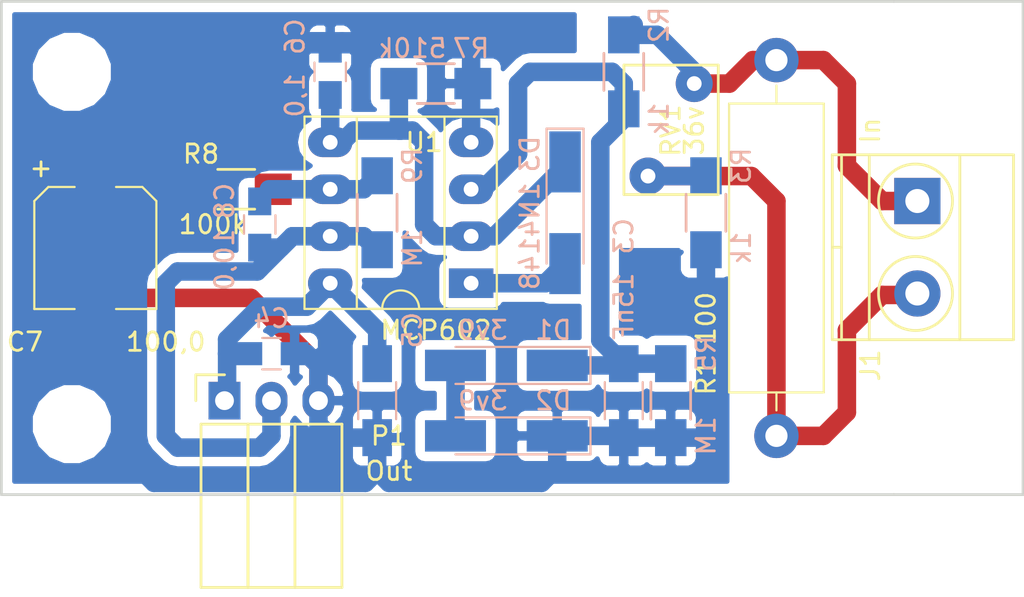
<source format=kicad_pcb>
(kicad_pcb (version 4) (host pcbnew 4.0.7)

  (general
    (links 36)
    (no_connects 0)
    (area 130.734999 110.414999 186.130001 137.235001)
    (thickness 1.6)
    (drawings 6)
    (tracks 126)
    (zones 0)
    (modules 24)
    (nets 12)
  )

  (page A4)
  (layers
    (0 F.Cu signal)
    (31 B.Cu signal)
    (32 B.Adhes user)
    (33 F.Adhes user)
    (34 B.Paste user)
    (35 F.Paste user)
    (36 B.SilkS user)
    (37 F.SilkS user)
    (38 B.Mask user)
    (39 F.Mask user)
    (40 Dwgs.User user)
    (41 Cmts.User user)
    (42 Eco1.User user)
    (43 Eco2.User user)
    (44 Edge.Cuts user)
    (45 Margin user)
    (46 B.CrtYd user)
    (47 F.CrtYd user)
    (48 B.Fab user)
    (49 F.Fab user)
  )

  (setup
    (last_trace_width 1)
    (user_trace_width 0.3)
    (user_trace_width 0.5)
    (user_trace_width 0.8)
    (user_trace_width 1)
    (trace_clearance 0.2)
    (zone_clearance 0.508)
    (zone_45_only no)
    (trace_min 0.2)
    (segment_width 0.2)
    (edge_width 0.15)
    (via_size 0.6)
    (via_drill 0.4)
    (via_min_size 0.4)
    (via_min_drill 0.3)
    (uvia_size 0.3)
    (uvia_drill 0.1)
    (uvias_allowed no)
    (uvia_min_size 0.2)
    (uvia_min_drill 0.1)
    (pcb_text_width 0.3)
    (pcb_text_size 1.5 1.5)
    (mod_edge_width 0.15)
    (mod_text_size 1 1)
    (mod_text_width 0.15)
    (pad_size 2 2)
    (pad_drill 0.8)
    (pad_to_mask_clearance 0.2)
    (aux_axis_origin 0 0)
    (visible_elements 7FFFFFFF)
    (pcbplotparams
      (layerselection 0x00030_80000001)
      (usegerberextensions false)
      (excludeedgelayer true)
      (linewidth 0.100000)
      (plotframeref false)
      (viasonmask false)
      (mode 1)
      (useauxorigin false)
      (hpglpennumber 1)
      (hpglpenspeed 20)
      (hpglpendiameter 15)
      (hpglpenoverlay 2)
      (psnegative false)
      (psa4output false)
      (plotreference true)
      (plotvalue true)
      (plotinvisibletext false)
      (padsonsilk false)
      (subtractmaskfromsilk false)
      (outputformat 1)
      (mirror false)
      (drillshape 1)
      (scaleselection 1)
      (outputdirectory ""))
  )

  (net 0 "")
  (net 1 "Net-(C3-Pad1)")
  (net 2 GND)
  (net 3 +5V)
  (net 4 "Net-(C6-Pad1)")
  (net 5 "Net-(C7-Pad1)")
  (net 6 /Out)
  (net 7 "Net-(D1-Pad2)")
  (net 8 "Net-(D3-Pad2)")
  (net 9 /InA)
  (net 10 /InB)
  (net 11 "Net-(C8-Pad2)")

  (net_class Default "Это класс цепей по умолчанию."
    (clearance 0.2)
    (trace_width 0.25)
    (via_dia 0.6)
    (via_drill 0.4)
    (uvia_dia 0.3)
    (uvia_drill 0.1)
    (add_net +5V)
    (add_net /InA)
    (add_net /InB)
    (add_net /Out)
    (add_net GND)
    (add_net "Net-(C3-Pad1)")
    (add_net "Net-(C6-Pad1)")
    (add_net "Net-(C7-Pad1)")
    (add_net "Net-(C8-Pad2)")
    (add_net "Net-(D1-Pad2)")
    (add_net "Net-(D3-Pad2)")
  )

  (module Mounting_Holes:MountingHole_3.2mm_M3 (layer F.Cu) (tedit 5ACF797F) (tstamp 5ACF889C)
    (at 182.245 114.3)
    (descr "Mounting Hole 3.2mm, no annular, M3")
    (tags "mounting hole 3.2mm no annular m3")
    (attr virtual)
    (fp_text reference "" (at 0 -4.2) (layer F.SilkS) hide
      (effects (font (size 1 1) (thickness 0.15)))
    )
    (fp_text value "" (at 0 4.2) (layer F.Fab) hide
      (effects (font (size 1 1) (thickness 0.15)))
    )
    (fp_text user %R (at 0.3 0) (layer F.Fab)
      (effects (font (size 1 1) (thickness 0.15)))
    )
    (fp_circle (center 0 0) (end 3.2 0) (layer Cmts.User) (width 0.15))
    (fp_circle (center 0 0) (end 3.45 0) (layer F.CrtYd) (width 0.05))
    (pad 1 np_thru_hole circle (at 0 0) (size 3.2 3.2) (drill 3.2) (layers *.Cu *.Mask))
  )

  (module Mounting_Holes:MountingHole_3.2mm_M3 (layer F.Cu) (tedit 5ACF797F) (tstamp 5ACF8894)
    (at 182.245 133.35)
    (descr "Mounting Hole 3.2mm, no annular, M3")
    (tags "mounting hole 3.2mm no annular m3")
    (attr virtual)
    (fp_text reference "" (at 0 -4.2) (layer F.SilkS) hide
      (effects (font (size 1 1) (thickness 0.15)))
    )
    (fp_text value "" (at 0 4.2) (layer F.Fab) hide
      (effects (font (size 1 1) (thickness 0.15)))
    )
    (fp_text user %R (at 0.3 0) (layer F.Fab)
      (effects (font (size 1 1) (thickness 0.15)))
    )
    (fp_circle (center 0 0) (end 3.2 0) (layer Cmts.User) (width 0.15))
    (fp_circle (center 0 0) (end 3.45 0) (layer F.CrtYd) (width 0.05))
    (pad 1 np_thru_hole circle (at 0 0) (size 3.2 3.2) (drill 3.2) (layers *.Cu *.Mask))
  )

  (module Mounting_Holes:MountingHole_3.2mm_M3 (layer F.Cu) (tedit 5ACF797F) (tstamp 5ACF8887)
    (at 134.62 133.35)
    (descr "Mounting Hole 3.2mm, no annular, M3")
    (tags "mounting hole 3.2mm no annular m3")
    (attr virtual)
    (fp_text reference "" (at 0 -4.2) (layer F.SilkS) hide
      (effects (font (size 1 1) (thickness 0.15)))
    )
    (fp_text value "" (at 0 4.2) (layer F.Fab) hide
      (effects (font (size 1 1) (thickness 0.15)))
    )
    (fp_text user %R (at 0.3 0) (layer F.Fab)
      (effects (font (size 1 1) (thickness 0.15)))
    )
    (fp_circle (center 0 0) (end 3.2 0) (layer Cmts.User) (width 0.15))
    (fp_circle (center 0 0) (end 3.45 0) (layer F.CrtYd) (width 0.05))
    (pad 1 np_thru_hole circle (at 0 0) (size 3.2 3.2) (drill 3.2) (layers *.Cu *.Mask))
  )

  (module Capacitors_SMD:C_1206_HandSoldering (layer B.Cu) (tedit 5AFBF1CA) (tstamp 588274A7)
    (at 164.465 132.08 270)
    (descr "Capacitor SMD 1206, hand soldering")
    (tags "capacitor 1206")
    (path /5882700A)
    (attr smd)
    (fp_text reference C3 (at -8.89 0 270) (layer B.SilkS)
      (effects (font (size 1 1) (thickness 0.15)) (justify mirror))
    )
    (fp_text value 15nF (at -5.08 0 270) (layer B.SilkS)
      (effects (font (size 1 1) (thickness 0.15)) (justify mirror))
    )
    (fp_line (start -1.6 -0.8) (end -1.6 0.8) (layer B.Fab) (width 0.1))
    (fp_line (start 1.6 -0.8) (end -1.6 -0.8) (layer B.Fab) (width 0.1))
    (fp_line (start 1.6 0.8) (end 1.6 -0.8) (layer B.Fab) (width 0.1))
    (fp_line (start -1.6 0.8) (end 1.6 0.8) (layer B.Fab) (width 0.1))
    (fp_line (start -3.3 1.15) (end 3.3 1.15) (layer B.CrtYd) (width 0.05))
    (fp_line (start -3.3 -1.15) (end 3.3 -1.15) (layer B.CrtYd) (width 0.05))
    (fp_line (start -3.3 1.15) (end -3.3 -1.15) (layer B.CrtYd) (width 0.05))
    (fp_line (start 3.3 1.15) (end 3.3 -1.15) (layer B.CrtYd) (width 0.05))
    (fp_line (start 1 1.025) (end -1 1.025) (layer B.SilkS) (width 0.12))
    (fp_line (start -1 -1.025) (end 1 -1.025) (layer B.SilkS) (width 0.12))
    (pad 1 smd rect (at -2 0 270) (size 2 1.6) (layers B.Cu B.Paste B.Mask)
      (net 1 "Net-(C3-Pad1)"))
    (pad 2 smd rect (at 2 0 270) (size 2 1.6) (layers B.Cu B.Paste B.Mask)
      (net 2 GND))
    (model Capacitors_SMD.3dshapes/C_1206_HandSoldering.wrl
      (at (xyz 0 0 0))
      (scale (xyz 1 1 1))
      (rotate (xyz 0 0 0))
    )
  )

  (module Capacitors_SMD:C_1206_HandSoldering (layer B.Cu) (tedit 5ACF84E5) (tstamp 588274B3)
    (at 151.13 132.08 270)
    (descr "Capacitor SMD 1206, hand soldering")
    (tags "capacitor 1206")
    (path /5882726B)
    (attr smd)
    (fp_text reference C5 (at -3.81 -1.905 270) (layer B.SilkS)
      (effects (font (size 1 1) (thickness 0.15)) (justify mirror))
    )
    (fp_text value 0,1 (at 0 0 270) (layer B.Fab)
      (effects (font (size 1 1) (thickness 0.15)) (justify mirror))
    )
    (fp_line (start -1.6 -0.8) (end -1.6 0.8) (layer B.Fab) (width 0.1))
    (fp_line (start 1.6 -0.8) (end -1.6 -0.8) (layer B.Fab) (width 0.1))
    (fp_line (start 1.6 0.8) (end 1.6 -0.8) (layer B.Fab) (width 0.1))
    (fp_line (start -1.6 0.8) (end 1.6 0.8) (layer B.Fab) (width 0.1))
    (fp_line (start -3.3 1.15) (end 3.3 1.15) (layer B.CrtYd) (width 0.05))
    (fp_line (start -3.3 -1.15) (end 3.3 -1.15) (layer B.CrtYd) (width 0.05))
    (fp_line (start -3.3 1.15) (end -3.3 -1.15) (layer B.CrtYd) (width 0.05))
    (fp_line (start 3.3 1.15) (end 3.3 -1.15) (layer B.CrtYd) (width 0.05))
    (fp_line (start 1 1.025) (end -1 1.025) (layer B.SilkS) (width 0.12))
    (fp_line (start -1 -1.025) (end 1 -1.025) (layer B.SilkS) (width 0.12))
    (pad 1 smd rect (at -2 0 270) (size 2 1.6) (layers B.Cu B.Paste B.Mask)
      (net 3 +5V))
    (pad 2 smd rect (at 2 0 270) (size 2 1.6) (layers B.Cu B.Paste B.Mask)
      (net 2 GND))
    (model Capacitors_SMD.3dshapes/C_1206_HandSoldering.wrl
      (at (xyz 0 0 0))
      (scale (xyz 1 1 1))
      (rotate (xyz 0 0 0))
    )
  )

  (module Diodes_SMD:D_MiniMELF_Handsoldering (layer B.Cu) (tedit 5AFBF1E8) (tstamp 588274CB)
    (at 158.115 130.175 180)
    (descr "Diode Mini-MELF Handsoldering")
    (tags "Diode Mini-MELF Handsoldering")
    (path /588278FD)
    (attr smd)
    (fp_text reference D1 (at -2.54 1.905 180) (layer B.SilkS)
      (effects (font (size 1 1) (thickness 0.15)) (justify mirror))
    )
    (fp_text value 3v9 (at 1.27 1.905 180) (layer B.SilkS)
      (effects (font (size 1 1) (thickness 0.15)) (justify mirror))
    )
    (fp_line (start 2.75 1) (end -4.55 1) (layer B.SilkS) (width 0.12))
    (fp_line (start -4.55 1) (end -4.55 -1) (layer B.SilkS) (width 0.12))
    (fp_line (start -4.55 -1) (end 2.75 -1) (layer B.SilkS) (width 0.12))
    (fp_line (start 1.65 0.8) (end 1.65 -0.8) (layer B.Fab) (width 0.1))
    (fp_line (start 1.65 -0.8) (end -1.65 -0.8) (layer B.Fab) (width 0.1))
    (fp_line (start -1.65 -0.8) (end -1.65 0.8) (layer B.Fab) (width 0.1))
    (fp_line (start -1.65 0.8) (end 1.65 0.8) (layer B.Fab) (width 0.1))
    (fp_line (start 0.25 0) (end 0.75 0) (layer B.Fab) (width 0.1))
    (fp_line (start 0.25 -0.4) (end -0.35 0) (layer B.Fab) (width 0.1))
    (fp_line (start 0.25 0.4) (end 0.25 -0.4) (layer B.Fab) (width 0.1))
    (fp_line (start -0.35 0) (end 0.25 0.4) (layer B.Fab) (width 0.1))
    (fp_line (start -0.35 0) (end -0.35 -0.55) (layer B.Fab) (width 0.1))
    (fp_line (start -0.35 0) (end -0.35 0.55) (layer B.Fab) (width 0.1))
    (fp_line (start -0.75 0) (end -0.35 0) (layer B.Fab) (width 0.1))
    (fp_line (start -4.65 1.1) (end 4.65 1.1) (layer B.CrtYd) (width 0.05))
    (fp_line (start 4.65 1.1) (end 4.65 -1.1) (layer B.CrtYd) (width 0.05))
    (fp_line (start 4.65 -1.1) (end -4.65 -1.1) (layer B.CrtYd) (width 0.05))
    (fp_line (start -4.65 -1.1) (end -4.65 1.1) (layer B.CrtYd) (width 0.05))
    (pad 1 smd rect (at -2.75 0 180) (size 3.3 1.7) (layers B.Cu B.Paste B.Mask)
      (net 1 "Net-(C3-Pad1)"))
    (pad 2 smd rect (at 2.75 0 180) (size 3.3 1.7) (layers B.Cu B.Paste B.Mask)
      (net 7 "Net-(D1-Pad2)"))
    (model Diodes_SMD.3dshapes/D_MiniMELF_Handsoldering.wrl
      (at (xyz 0 0 0))
      (scale (xyz 0.3937 0.3937 0.3937))
      (rotate (xyz 0 0 180))
    )
  )

  (module Diodes_SMD:D_MiniMELF_Handsoldering (layer B.Cu) (tedit 5AFBF1F0) (tstamp 588274D1)
    (at 158.115 133.985 180)
    (descr "Diode Mini-MELF Handsoldering")
    (tags "Diode Mini-MELF Handsoldering")
    (path /58827942)
    (attr smd)
    (fp_text reference D2 (at -2.54 1.905 180) (layer B.SilkS)
      (effects (font (size 1 1) (thickness 0.15)) (justify mirror))
    )
    (fp_text value 3v9 (at 1.27 1.905 180) (layer B.SilkS)
      (effects (font (size 1 1) (thickness 0.15)) (justify mirror))
    )
    (fp_line (start 2.75 1) (end -4.55 1) (layer B.SilkS) (width 0.12))
    (fp_line (start -4.55 1) (end -4.55 -1) (layer B.SilkS) (width 0.12))
    (fp_line (start -4.55 -1) (end 2.75 -1) (layer B.SilkS) (width 0.12))
    (fp_line (start 1.65 0.8) (end 1.65 -0.8) (layer B.Fab) (width 0.1))
    (fp_line (start 1.65 -0.8) (end -1.65 -0.8) (layer B.Fab) (width 0.1))
    (fp_line (start -1.65 -0.8) (end -1.65 0.8) (layer B.Fab) (width 0.1))
    (fp_line (start -1.65 0.8) (end 1.65 0.8) (layer B.Fab) (width 0.1))
    (fp_line (start 0.25 0) (end 0.75 0) (layer B.Fab) (width 0.1))
    (fp_line (start 0.25 -0.4) (end -0.35 0) (layer B.Fab) (width 0.1))
    (fp_line (start 0.25 0.4) (end 0.25 -0.4) (layer B.Fab) (width 0.1))
    (fp_line (start -0.35 0) (end 0.25 0.4) (layer B.Fab) (width 0.1))
    (fp_line (start -0.35 0) (end -0.35 -0.55) (layer B.Fab) (width 0.1))
    (fp_line (start -0.35 0) (end -0.35 0.55) (layer B.Fab) (width 0.1))
    (fp_line (start -0.75 0) (end -0.35 0) (layer B.Fab) (width 0.1))
    (fp_line (start -4.65 1.1) (end 4.65 1.1) (layer B.CrtYd) (width 0.05))
    (fp_line (start 4.65 1.1) (end 4.65 -1.1) (layer B.CrtYd) (width 0.05))
    (fp_line (start 4.65 -1.1) (end -4.65 -1.1) (layer B.CrtYd) (width 0.05))
    (fp_line (start -4.65 -1.1) (end -4.65 1.1) (layer B.CrtYd) (width 0.05))
    (pad 1 smd rect (at -2.75 0 180) (size 3.3 1.7) (layers B.Cu B.Paste B.Mask)
      (net 2 GND))
    (pad 2 smd rect (at 2.75 0 180) (size 3.3 1.7) (layers B.Cu B.Paste B.Mask)
      (net 7 "Net-(D1-Pad2)"))
    (model Diodes_SMD.3dshapes/D_MiniMELF_Handsoldering.wrl
      (at (xyz 0 0 0))
      (scale (xyz 0.3937 0.3937 0.3937))
      (rotate (xyz 0 0 180))
    )
  )

  (module Diodes_SMD:D_MiniMELF_Handsoldering (layer B.Cu) (tedit 5AFBF1FB) (tstamp 588274D7)
    (at 161.29 121.92 270)
    (descr "Diode Mini-MELF Handsoldering")
    (tags "Diode Mini-MELF Handsoldering")
    (path /58827997)
    (attr smd)
    (fp_text reference D3 (at -3.175 1.905 270) (layer B.SilkS)
      (effects (font (size 1 1) (thickness 0.15)) (justify mirror))
    )
    (fp_text value 1N4148 (at 1.27 1.905 270) (layer B.SilkS)
      (effects (font (size 1 1) (thickness 0.15)) (justify mirror))
    )
    (fp_line (start 2.75 1) (end -4.55 1) (layer B.SilkS) (width 0.12))
    (fp_line (start -4.55 1) (end -4.55 -1) (layer B.SilkS) (width 0.12))
    (fp_line (start -4.55 -1) (end 2.75 -1) (layer B.SilkS) (width 0.12))
    (fp_line (start 1.65 0.8) (end 1.65 -0.8) (layer B.Fab) (width 0.1))
    (fp_line (start 1.65 -0.8) (end -1.65 -0.8) (layer B.Fab) (width 0.1))
    (fp_line (start -1.65 -0.8) (end -1.65 0.8) (layer B.Fab) (width 0.1))
    (fp_line (start -1.65 0.8) (end 1.65 0.8) (layer B.Fab) (width 0.1))
    (fp_line (start 0.25 0) (end 0.75 0) (layer B.Fab) (width 0.1))
    (fp_line (start 0.25 -0.4) (end -0.35 0) (layer B.Fab) (width 0.1))
    (fp_line (start 0.25 0.4) (end 0.25 -0.4) (layer B.Fab) (width 0.1))
    (fp_line (start -0.35 0) (end 0.25 0.4) (layer B.Fab) (width 0.1))
    (fp_line (start -0.35 0) (end -0.35 -0.55) (layer B.Fab) (width 0.1))
    (fp_line (start -0.35 0) (end -0.35 0.55) (layer B.Fab) (width 0.1))
    (fp_line (start -0.75 0) (end -0.35 0) (layer B.Fab) (width 0.1))
    (fp_line (start -4.65 1.1) (end 4.65 1.1) (layer B.CrtYd) (width 0.05))
    (fp_line (start 4.65 1.1) (end 4.65 -1.1) (layer B.CrtYd) (width 0.05))
    (fp_line (start 4.65 -1.1) (end -4.65 -1.1) (layer B.CrtYd) (width 0.05))
    (fp_line (start -4.65 -1.1) (end -4.65 1.1) (layer B.CrtYd) (width 0.05))
    (pad 1 smd rect (at -2.75 0 270) (size 3.3 1.7) (layers B.Cu B.Paste B.Mask)
      (net 4 "Net-(C6-Pad1)"))
    (pad 2 smd rect (at 2.75 0 270) (size 3.3 1.7) (layers B.Cu B.Paste B.Mask)
      (net 8 "Net-(D3-Pad2)"))
    (model Diodes_SMD.3dshapes/D_MiniMELF_Handsoldering.wrl
      (at (xyz 0 0 0))
      (scale (xyz 0.3937 0.3937 0.3937))
      (rotate (xyz 0 0 180))
    )
  )

  (module Connectors_Terminal_Blocks:TerminalBlock_Pheonix_MKDS1.5-2pol (layer F.Cu) (tedit 5AFBF05E) (tstamp 588274DD)
    (at 180.34 121.285 270)
    (descr "2-way 5mm pitch terminal block, Phoenix MKDS series")
    (path /58826CA5)
    (fp_text reference J1 (at 8.89 2.54 270) (layer F.SilkS)
      (effects (font (size 1 1) (thickness 0.15)))
    )
    (fp_text value In (at -3.81 2.54 270) (layer F.SilkS)
      (effects (font (size 1 1) (thickness 0.15)))
    )
    (fp_line (start -2.7 -5.4) (end 7.7 -5.4) (layer F.CrtYd) (width 0.05))
    (fp_line (start -2.7 4.8) (end -2.7 -5.4) (layer F.CrtYd) (width 0.05))
    (fp_line (start 7.7 4.8) (end -2.7 4.8) (layer F.CrtYd) (width 0.05))
    (fp_line (start 7.7 -5.4) (end 7.7 4.8) (layer F.CrtYd) (width 0.05))
    (fp_line (start 2.5 4.1) (end 2.5 4.6) (layer F.SilkS) (width 0.15))
    (fp_circle (center 5 0.1) (end 3 0.1) (layer F.SilkS) (width 0.15))
    (fp_circle (center 0 0.1) (end 2 0.1) (layer F.SilkS) (width 0.15))
    (fp_line (start -2.5 2.6) (end 7.5 2.6) (layer F.SilkS) (width 0.15))
    (fp_line (start -2.5 -2.3) (end 7.5 -2.3) (layer F.SilkS) (width 0.15))
    (fp_line (start -2.5 4.1) (end 7.5 4.1) (layer F.SilkS) (width 0.15))
    (fp_line (start -2.5 4.6) (end 7.5 4.6) (layer F.SilkS) (width 0.15))
    (fp_line (start 7.5 4.6) (end 7.5 -5.2) (layer F.SilkS) (width 0.15))
    (fp_line (start 7.5 -5.2) (end -2.5 -5.2) (layer F.SilkS) (width 0.15))
    (fp_line (start -2.5 -5.2) (end -2.5 4.6) (layer F.SilkS) (width 0.15))
    (pad 1 thru_hole rect (at 0 0 270) (size 2.5 2.5) (drill 1.3) (layers *.Cu *.Mask)
      (net 9 /InA))
    (pad 2 thru_hole circle (at 5 0 270) (size 2.5 2.5) (drill 1.3) (layers *.Cu *.Mask)
      (net 10 /InB))
    (model Terminal_Blocks.3dshapes/TerminalBlock_Pheonix_MKDS1.5-2pol.wrl
      (at (xyz 0.0984 0 0))
      (scale (xyz 1 1 1))
      (rotate (xyz 0 0 0))
    )
  )

  (module Socket_Strips:Socket_Strip_Angled_1x03 (layer F.Cu) (tedit 5ACF85EB) (tstamp 588274E4)
    (at 142.875 132.08)
    (descr "Through hole socket strip")
    (tags "socket strip")
    (path /5882906E)
    (fp_text reference P1 (at 8.89 1.905) (layer F.SilkS)
      (effects (font (size 1 1) (thickness 0.15)))
    )
    (fp_text value Out (at 8.89 3.81) (layer F.SilkS)
      (effects (font (size 1 1) (thickness 0.15)))
    )
    (fp_line (start -1.75 -1.5) (end -1.75 10.6) (layer F.CrtYd) (width 0.05))
    (fp_line (start 6.85 -1.5) (end 6.85 10.6) (layer F.CrtYd) (width 0.05))
    (fp_line (start -1.75 -1.5) (end 6.85 -1.5) (layer F.CrtYd) (width 0.05))
    (fp_line (start -1.75 10.6) (end 6.85 10.6) (layer F.CrtYd) (width 0.05))
    (fp_line (start 3.81 1.27) (end 6.35 1.27) (layer F.SilkS) (width 0.15))
    (fp_line (start 3.81 10.1) (end 6.35 10.1) (layer F.SilkS) (width 0.15))
    (fp_line (start 6.35 10.1) (end 6.35 1.27) (layer F.SilkS) (width 0.15))
    (fp_line (start 3.81 10.1) (end 3.81 1.27) (layer F.SilkS) (width 0.15))
    (fp_line (start 1.27 10.1) (end 3.81 10.1) (layer F.SilkS) (width 0.15))
    (fp_line (start 1.27 1.27) (end 1.27 10.1) (layer F.SilkS) (width 0.15))
    (fp_line (start 1.27 1.27) (end 3.81 1.27) (layer F.SilkS) (width 0.15))
    (fp_line (start -1.27 1.27) (end 1.27 1.27) (layer F.SilkS) (width 0.15))
    (fp_line (start 0 -1.4) (end -1.55 -1.4) (layer F.SilkS) (width 0.15))
    (fp_line (start -1.55 -1.4) (end -1.55 0) (layer F.SilkS) (width 0.15))
    (fp_line (start -1.27 1.27) (end -1.27 10.1) (layer F.SilkS) (width 0.15))
    (fp_line (start -1.27 10.1) (end 1.27 10.1) (layer F.SilkS) (width 0.15))
    (fp_line (start 1.27 10.1) (end 1.27 1.27) (layer F.SilkS) (width 0.15))
    (pad 1 thru_hole rect (at 0 0) (size 1.7272 2.032) (drill 1.016) (layers *.Cu *.Mask)
      (net 3 +5V))
    (pad 2 thru_hole oval (at 2.54 0) (size 1.7272 2.032) (drill 1.016) (layers *.Cu *.Mask)
      (net 6 /Out))
    (pad 3 thru_hole oval (at 5.08 0) (size 1.7272 2.032) (drill 1.016) (layers *.Cu *.Mask)
      (net 2 GND))
    (model Socket_Strips.3dshapes/Socket_Strip_Angled_1x03.wrl
      (at (xyz 0.1 0 0))
      (scale (xyz 1 1 1))
      (rotate (xyz 0 0 180))
    )
  )

  (module Resistors_SMD:R_1206_HandSoldering (layer B.Cu) (tedit 5AFBF172) (tstamp 588274F0)
    (at 164.465 114.3 270)
    (descr "Resistor SMD 1206, hand soldering")
    (tags "resistor 1206")
    (path /58826D2D)
    (attr smd)
    (fp_text reference R2 (at -2.54 -1.905 270) (layer B.SilkS)
      (effects (font (size 1 1) (thickness 0.15)) (justify mirror))
    )
    (fp_text value 1k (at 2.54 -1.905 270) (layer B.SilkS)
      (effects (font (size 1 1) (thickness 0.15)) (justify mirror))
    )
    (fp_line (start -1.6 -0.8) (end -1.6 0.8) (layer B.Fab) (width 0.1))
    (fp_line (start 1.6 -0.8) (end -1.6 -0.8) (layer B.Fab) (width 0.1))
    (fp_line (start 1.6 0.8) (end 1.6 -0.8) (layer B.Fab) (width 0.1))
    (fp_line (start -1.6 0.8) (end 1.6 0.8) (layer B.Fab) (width 0.1))
    (fp_line (start -3.3 1.2) (end 3.3 1.2) (layer B.CrtYd) (width 0.05))
    (fp_line (start -3.3 -1.2) (end 3.3 -1.2) (layer B.CrtYd) (width 0.05))
    (fp_line (start -3.3 1.2) (end -3.3 -1.2) (layer B.CrtYd) (width 0.05))
    (fp_line (start 3.3 1.2) (end 3.3 -1.2) (layer B.CrtYd) (width 0.05))
    (fp_line (start 1 -1.075) (end -1 -1.075) (layer B.SilkS) (width 0.15))
    (fp_line (start -1 1.075) (end 1 1.075) (layer B.SilkS) (width 0.15))
    (pad 1 smd rect (at -2 0 270) (size 2 1.7) (layers B.Cu B.Paste B.Mask)
      (net 9 /InA))
    (pad 2 smd rect (at 2 0 270) (size 2 1.7) (layers B.Cu B.Paste B.Mask)
      (net 1 "Net-(C3-Pad1)"))
    (model Resistors_SMD.3dshapes/R_1206_HandSoldering.wrl
      (at (xyz 0 0 0))
      (scale (xyz 1 1 1))
      (rotate (xyz 0 0 0))
    )
  )

  (module Resistors_SMD:R_1206_HandSoldering (layer B.Cu) (tedit 5AFBF17A) (tstamp 588274F6)
    (at 168.91 121.92 90)
    (descr "Resistor SMD 1206, hand soldering")
    (tags "resistor 1206")
    (path /58826D5A)
    (attr smd)
    (fp_text reference R3 (at 2.54 1.905 90) (layer B.SilkS)
      (effects (font (size 1 1) (thickness 0.15)) (justify mirror))
    )
    (fp_text value 1k (at -1.905 1.905 90) (layer B.SilkS)
      (effects (font (size 1 1) (thickness 0.15)) (justify mirror))
    )
    (fp_line (start -1.6 -0.8) (end -1.6 0.8) (layer B.Fab) (width 0.1))
    (fp_line (start 1.6 -0.8) (end -1.6 -0.8) (layer B.Fab) (width 0.1))
    (fp_line (start 1.6 0.8) (end 1.6 -0.8) (layer B.Fab) (width 0.1))
    (fp_line (start -1.6 0.8) (end 1.6 0.8) (layer B.Fab) (width 0.1))
    (fp_line (start -3.3 1.2) (end 3.3 1.2) (layer B.CrtYd) (width 0.05))
    (fp_line (start -3.3 -1.2) (end 3.3 -1.2) (layer B.CrtYd) (width 0.05))
    (fp_line (start -3.3 1.2) (end -3.3 -1.2) (layer B.CrtYd) (width 0.05))
    (fp_line (start 3.3 1.2) (end 3.3 -1.2) (layer B.CrtYd) (width 0.05))
    (fp_line (start 1 -1.075) (end -1 -1.075) (layer B.SilkS) (width 0.15))
    (fp_line (start -1 1.075) (end 1 1.075) (layer B.SilkS) (width 0.15))
    (pad 1 smd rect (at -2 0 90) (size 2 1.7) (layers B.Cu B.Paste B.Mask)
      (net 2 GND))
    (pad 2 smd rect (at 2 0 90) (size 2 1.7) (layers B.Cu B.Paste B.Mask)
      (net 10 /InB))
    (model Resistors_SMD.3dshapes/R_1206_HandSoldering.wrl
      (at (xyz 0 0 0))
      (scale (xyz 1 1 1))
      (rotate (xyz 0 0 0))
    )
  )

  (module Resistors_SMD:R_1206_HandSoldering (layer B.Cu) (tedit 5AFBF18C) (tstamp 588274FC)
    (at 167.005 132.08 270)
    (descr "Resistor SMD 1206, hand soldering")
    (tags "resistor 1206")
    (path /58826DD4)
    (attr smd)
    (fp_text reference R5 (at -2.54 -1.905 270) (layer B.SilkS)
      (effects (font (size 1 1) (thickness 0.15)) (justify mirror))
    )
    (fp_text value 1M (at 1.905 -1.905 270) (layer B.SilkS)
      (effects (font (size 1 1) (thickness 0.15)) (justify mirror))
    )
    (fp_line (start -1.6 -0.8) (end -1.6 0.8) (layer B.Fab) (width 0.1))
    (fp_line (start 1.6 -0.8) (end -1.6 -0.8) (layer B.Fab) (width 0.1))
    (fp_line (start 1.6 0.8) (end 1.6 -0.8) (layer B.Fab) (width 0.1))
    (fp_line (start -1.6 0.8) (end 1.6 0.8) (layer B.Fab) (width 0.1))
    (fp_line (start -3.3 1.2) (end 3.3 1.2) (layer B.CrtYd) (width 0.05))
    (fp_line (start -3.3 -1.2) (end 3.3 -1.2) (layer B.CrtYd) (width 0.05))
    (fp_line (start -3.3 1.2) (end -3.3 -1.2) (layer B.CrtYd) (width 0.05))
    (fp_line (start 3.3 1.2) (end 3.3 -1.2) (layer B.CrtYd) (width 0.05))
    (fp_line (start 1 -1.075) (end -1 -1.075) (layer B.SilkS) (width 0.15))
    (fp_line (start -1 1.075) (end 1 1.075) (layer B.SilkS) (width 0.15))
    (pad 1 smd rect (at -2 0 270) (size 2 1.7) (layers B.Cu B.Paste B.Mask)
      (net 1 "Net-(C3-Pad1)"))
    (pad 2 smd rect (at 2 0 270) (size 2 1.7) (layers B.Cu B.Paste B.Mask)
      (net 2 GND))
    (model Resistors_SMD.3dshapes/R_1206_HandSoldering.wrl
      (at (xyz 0 0 0))
      (scale (xyz 1 1 1))
      (rotate (xyz 0 0 0))
    )
  )

  (module Resistors_SMD:R_1206_HandSoldering (layer B.Cu) (tedit 5AFBF15E) (tstamp 58827502)
    (at 154.305 114.935)
    (descr "Resistor SMD 1206, hand soldering")
    (tags "resistor 1206")
    (path /58828694)
    (attr smd)
    (fp_text reference R7 (at 1.905 -1.905) (layer B.SilkS)
      (effects (font (size 1 1) (thickness 0.15)) (justify mirror))
    )
    (fp_text value 510k (at -1.27 -1.905) (layer B.SilkS)
      (effects (font (size 1 1) (thickness 0.15)) (justify mirror))
    )
    (fp_line (start -1.6 -0.8) (end -1.6 0.8) (layer B.Fab) (width 0.1))
    (fp_line (start 1.6 -0.8) (end -1.6 -0.8) (layer B.Fab) (width 0.1))
    (fp_line (start 1.6 0.8) (end 1.6 -0.8) (layer B.Fab) (width 0.1))
    (fp_line (start -1.6 0.8) (end 1.6 0.8) (layer B.Fab) (width 0.1))
    (fp_line (start -3.3 1.2) (end 3.3 1.2) (layer B.CrtYd) (width 0.05))
    (fp_line (start -3.3 -1.2) (end 3.3 -1.2) (layer B.CrtYd) (width 0.05))
    (fp_line (start -3.3 1.2) (end -3.3 -1.2) (layer B.CrtYd) (width 0.05))
    (fp_line (start 3.3 1.2) (end 3.3 -1.2) (layer B.CrtYd) (width 0.05))
    (fp_line (start 1 -1.075) (end -1 -1.075) (layer B.SilkS) (width 0.15))
    (fp_line (start -1 1.075) (end 1 1.075) (layer B.SilkS) (width 0.15))
    (pad 1 smd rect (at -2 0) (size 2 1.7) (layers B.Cu B.Paste B.Mask)
      (net 4 "Net-(C6-Pad1)"))
    (pad 2 smd rect (at 2 0) (size 2 1.7) (layers B.Cu B.Paste B.Mask)
      (net 2 GND))
    (model Resistors_SMD.3dshapes/R_1206_HandSoldering.wrl
      (at (xyz 0 0 0))
      (scale (xyz 1 1 1))
      (rotate (xyz 0 0 0))
    )
  )

  (module Resistors_SMD:R_1206_HandSoldering (layer F.Cu) (tedit 5AFBF0C1) (tstamp 58827508)
    (at 143.51 120.65 180)
    (descr "Resistor SMD 1206, hand soldering")
    (tags "resistor 1206")
    (path /58826FC5)
    (attr smd)
    (fp_text reference R8 (at 1.905 1.905 180) (layer F.SilkS)
      (effects (font (size 1 1) (thickness 0.15)))
    )
    (fp_text value 100k (at 1.27 -1.905 180) (layer F.SilkS)
      (effects (font (size 1 1) (thickness 0.15)))
    )
    (fp_line (start -1.6 0.8) (end -1.6 -0.8) (layer F.Fab) (width 0.1))
    (fp_line (start 1.6 0.8) (end -1.6 0.8) (layer F.Fab) (width 0.1))
    (fp_line (start 1.6 -0.8) (end 1.6 0.8) (layer F.Fab) (width 0.1))
    (fp_line (start -1.6 -0.8) (end 1.6 -0.8) (layer F.Fab) (width 0.1))
    (fp_line (start -3.3 -1.2) (end 3.3 -1.2) (layer F.CrtYd) (width 0.05))
    (fp_line (start -3.3 1.2) (end 3.3 1.2) (layer F.CrtYd) (width 0.05))
    (fp_line (start -3.3 -1.2) (end -3.3 1.2) (layer F.CrtYd) (width 0.05))
    (fp_line (start 3.3 -1.2) (end 3.3 1.2) (layer F.CrtYd) (width 0.05))
    (fp_line (start 1 1.075) (end -1 1.075) (layer F.SilkS) (width 0.15))
    (fp_line (start -1 -1.075) (end 1 -1.075) (layer F.SilkS) (width 0.15))
    (pad 1 smd rect (at -2 0 180) (size 2 1.7) (layers F.Cu F.Paste F.Mask)
      (net 11 "Net-(C8-Pad2)"))
    (pad 2 smd rect (at 2 0 180) (size 2 1.7) (layers F.Cu F.Paste F.Mask)
      (net 5 "Net-(C7-Pad1)"))
    (model Resistors_SMD.3dshapes/R_1206_HandSoldering.wrl
      (at (xyz 0 0 0))
      (scale (xyz 1 1 1))
      (rotate (xyz 0 0 0))
    )
  )

  (module Resistors_SMD:R_1206_HandSoldering (layer B.Cu) (tedit 5AFBF14C) (tstamp 5882750E)
    (at 151.13 121.92 90)
    (descr "Resistor SMD 1206, hand soldering")
    (tags "resistor 1206")
    (path /58826F74)
    (attr smd)
    (fp_text reference R9 (at 2.54 1.905 90) (layer B.SilkS)
      (effects (font (size 1 1) (thickness 0.15)) (justify mirror))
    )
    (fp_text value 1M (at -1.905 1.905 90) (layer B.SilkS)
      (effects (font (size 1 1) (thickness 0.15)) (justify mirror))
    )
    (fp_line (start -1.6 -0.8) (end -1.6 0.8) (layer B.Fab) (width 0.1))
    (fp_line (start 1.6 -0.8) (end -1.6 -0.8) (layer B.Fab) (width 0.1))
    (fp_line (start 1.6 0.8) (end 1.6 -0.8) (layer B.Fab) (width 0.1))
    (fp_line (start -1.6 0.8) (end 1.6 0.8) (layer B.Fab) (width 0.1))
    (fp_line (start -3.3 1.2) (end 3.3 1.2) (layer B.CrtYd) (width 0.05))
    (fp_line (start -3.3 -1.2) (end 3.3 -1.2) (layer B.CrtYd) (width 0.05))
    (fp_line (start -3.3 1.2) (end -3.3 -1.2) (layer B.CrtYd) (width 0.05))
    (fp_line (start 3.3 1.2) (end 3.3 -1.2) (layer B.CrtYd) (width 0.05))
    (fp_line (start 1 -1.075) (end -1 -1.075) (layer B.SilkS) (width 0.15))
    (fp_line (start -1 1.075) (end 1 1.075) (layer B.SilkS) (width 0.15))
    (pad 1 smd rect (at -2 0 90) (size 2 1.7) (layers B.Cu B.Paste B.Mask)
      (net 6 /Out))
    (pad 2 smd rect (at 2 0 90) (size 2 1.7) (layers B.Cu B.Paste B.Mask)
      (net 11 "Net-(C8-Pad2)"))
    (model Resistors_SMD.3dshapes/R_1206_HandSoldering.wrl
      (at (xyz 0 0 0))
      (scale (xyz 1 1 1))
      (rotate (xyz 0 0 0))
    )
  )

  (module Varistors:RV_Disc_D7_W5.1_P5 (layer F.Cu) (tedit 5ACF855E) (tstamp 58827514)
    (at 168.275 114.935 270)
    (tags "varistor SIOV")
    (path /58827F67)
    (fp_text reference RV1 (at 2.54 1.27 270) (layer F.SilkS)
      (effects (font (size 1 1) (thickness 0.15)))
    )
    (fp_text value 36v (at 2.54 0 270) (layer F.SilkS)
      (effects (font (size 1 1) (thickness 0.15)))
    )
    (fp_line (start -1.25 4.05) (end 6.25 4.05) (layer F.CrtYd) (width 0.05))
    (fp_line (start -1.25 -1.55) (end 6.25 -1.55) (layer F.CrtYd) (width 0.05))
    (fp_line (start 6.25 -1.55) (end 6.25 4.05) (layer F.CrtYd) (width 0.05))
    (fp_line (start -1.25 -1.55) (end -1.25 4.05) (layer F.CrtYd) (width 0.05))
    (fp_line (start -1 3.8) (end 6 3.8) (layer F.SilkS) (width 0.15))
    (fp_line (start -1 -1.3) (end 6 -1.3) (layer F.SilkS) (width 0.15))
    (fp_line (start 6 -1.3) (end 6 3.8) (layer F.SilkS) (width 0.15))
    (fp_line (start -1 -1.3) (end -1 3.8) (layer F.SilkS) (width 0.15))
    (pad 1 thru_hole circle (at 0 0 270) (size 2 2) (drill 0.8) (layers *.Cu *.Mask)
      (net 9 /InA))
    (pad 2 thru_hole circle (at 5 2.5 270) (size 2 2) (drill 0.8) (layers *.Cu *.Mask)
      (net 10 /InB))
  )

  (module Housings_DIP:DIP-8_W7.62mm_Socket_LongPads (layer F.Cu) (tedit 5ACF85AC) (tstamp 58827520)
    (at 156.21 125.73 180)
    (descr "8-lead dip package, row spacing 7.62 mm (300 mils), Socket, LongPads")
    (tags "DIL DIP PDIP 2.54mm 7.62mm 300mil Socket LongPads")
    (path /58827B18)
    (fp_text reference U1 (at 2.54 7.62 180) (layer F.SilkS)
      (effects (font (size 1 1) (thickness 0.15)))
    )
    (fp_text value MCP602 (at 1.905 -2.54 180) (layer F.SilkS)
      (effects (font (size 1 1) (thickness 0.15)))
    )
    (fp_arc (start 3.81 -1.39) (end 2.81 -1.39) (angle -180) (layer F.SilkS) (width 0.12))
    (fp_line (start 1.635 -1.27) (end 6.985 -1.27) (layer F.Fab) (width 0.1))
    (fp_line (start 6.985 -1.27) (end 6.985 8.89) (layer F.Fab) (width 0.1))
    (fp_line (start 6.985 8.89) (end 0.635 8.89) (layer F.Fab) (width 0.1))
    (fp_line (start 0.635 8.89) (end 0.635 -0.27) (layer F.Fab) (width 0.1))
    (fp_line (start 0.635 -0.27) (end 1.635 -1.27) (layer F.Fab) (width 0.1))
    (fp_line (start -1.27 -1.27) (end -1.27 8.89) (layer F.Fab) (width 0.1))
    (fp_line (start -1.27 8.89) (end 8.89 8.89) (layer F.Fab) (width 0.1))
    (fp_line (start 8.89 8.89) (end 8.89 -1.27) (layer F.Fab) (width 0.1))
    (fp_line (start 8.89 -1.27) (end -1.27 -1.27) (layer F.Fab) (width 0.1))
    (fp_line (start 2.81 -1.39) (end 1.44 -1.39) (layer F.SilkS) (width 0.12))
    (fp_line (start 1.44 -1.39) (end 1.44 9.01) (layer F.SilkS) (width 0.12))
    (fp_line (start 1.44 9.01) (end 6.18 9.01) (layer F.SilkS) (width 0.12))
    (fp_line (start 6.18 9.01) (end 6.18 -1.39) (layer F.SilkS) (width 0.12))
    (fp_line (start 6.18 -1.39) (end 4.81 -1.39) (layer F.SilkS) (width 0.12))
    (fp_line (start -1.39 -1.39) (end -1.39 9.01) (layer F.SilkS) (width 0.12))
    (fp_line (start -1.39 9.01) (end 9.01 9.01) (layer F.SilkS) (width 0.12))
    (fp_line (start 9.01 9.01) (end 9.01 -1.39) (layer F.SilkS) (width 0.12))
    (fp_line (start 9.01 -1.39) (end -1.39 -1.39) (layer F.SilkS) (width 0.12))
    (fp_line (start -1.7 -1.7) (end -1.7 9.3) (layer F.CrtYd) (width 0.05))
    (fp_line (start -1.7 9.3) (end 9.3 9.3) (layer F.CrtYd) (width 0.05))
    (fp_line (start 9.3 9.3) (end 9.3 -1.7) (layer F.CrtYd) (width 0.05))
    (fp_line (start 9.3 -1.7) (end -1.7 -1.7) (layer F.CrtYd) (width 0.05))
    (pad 1 thru_hole rect (at 0 0 180) (size 2.4 1.6) (drill 0.8) (layers *.Cu *.Mask)
      (net 8 "Net-(D3-Pad2)"))
    (pad 5 thru_hole oval (at 7.62 7.62 180) (size 2.4 1.6) (drill 0.8) (layers *.Cu *.Mask)
      (net 4 "Net-(C6-Pad1)"))
    (pad 2 thru_hole oval (at 0 2.54 180) (size 2.4 1.6) (drill 0.8) (layers *.Cu *.Mask)
      (net 4 "Net-(C6-Pad1)"))
    (pad 6 thru_hole oval (at 7.62 5.08 180) (size 2.4 1.6) (drill 0.8) (layers *.Cu *.Mask)
      (net 11 "Net-(C8-Pad2)"))
    (pad 3 thru_hole oval (at 0 5.08 180) (size 2.4 1.6) (drill 0.8) (layers *.Cu *.Mask)
      (net 1 "Net-(C3-Pad1)"))
    (pad 7 thru_hole oval (at 7.62 2.54 180) (size 2.4 1.6) (drill 0.8) (layers *.Cu *.Mask)
      (net 6 /Out))
    (pad 4 thru_hole oval (at 0 7.62 180) (size 2.4 1.6) (drill 0.8) (layers *.Cu *.Mask)
      (net 2 GND))
    (pad 8 thru_hole oval (at 7.62 0 180) (size 2.4 1.6) (drill 0.8) (layers *.Cu *.Mask)
      (net 3 +5V))
    (model Housings_DIP.3dshapes/DIP-8_W7.62mm_Socket_LongPads.wrl
      (at (xyz 0 0 0))
      (scale (xyz 1 1 1))
      (rotate (xyz 0 0 0))
    )
  )

  (module Mounting_Holes:MountingHole_3.2mm_M3 (layer F.Cu) (tedit 5ACF797F) (tstamp 5ACF886E)
    (at 134.62 114.3)
    (descr "Mounting Hole 3.2mm, no annular, M3")
    (tags "mounting hole 3.2mm no annular m3")
    (attr virtual)
    (fp_text reference "" (at 0 -4.2) (layer F.SilkS) hide
      (effects (font (size 1 1) (thickness 0.15)))
    )
    (fp_text value "" (at 0 4.2) (layer F.Fab) hide
      (effects (font (size 1 1) (thickness 0.15)))
    )
    (fp_text user %R (at 0.3 0) (layer F.Fab)
      (effects (font (size 1 1) (thickness 0.15)))
    )
    (fp_circle (center 0 0) (end 3.2 0) (layer Cmts.User) (width 0.15))
    (fp_circle (center 0 0) (end 3.45 0) (layer F.CrtYd) (width 0.05))
    (pad 1 np_thru_hole circle (at 0 0) (size 3.2 3.2) (drill 3.2) (layers *.Cu *.Mask))
  )

  (module Capacitors_SMD:C_0805_HandSoldering (layer B.Cu) (tedit 5AFBF0FE) (tstamp 5AFBEE32)
    (at 145.415 129.54)
    (descr "Capacitor SMD 0805, hand soldering")
    (tags "capacitor 0805")
    (path /58827224)
    (attr smd)
    (fp_text reference C4 (at 0 -1.905) (layer B.SilkS)
      (effects (font (size 1 1) (thickness 0.15)) (justify mirror))
    )
    (fp_text value 10,0 (at 0 -1.75) (layer B.Fab)
      (effects (font (size 1 1) (thickness 0.15)) (justify mirror))
    )
    (fp_text user %R (at 0 1.75) (layer B.Fab)
      (effects (font (size 1 1) (thickness 0.15)) (justify mirror))
    )
    (fp_line (start -1 -0.62) (end -1 0.62) (layer B.Fab) (width 0.1))
    (fp_line (start 1 -0.62) (end -1 -0.62) (layer B.Fab) (width 0.1))
    (fp_line (start 1 0.62) (end 1 -0.62) (layer B.Fab) (width 0.1))
    (fp_line (start -1 0.62) (end 1 0.62) (layer B.Fab) (width 0.1))
    (fp_line (start 0.5 0.85) (end -0.5 0.85) (layer B.SilkS) (width 0.12))
    (fp_line (start -0.5 -0.85) (end 0.5 -0.85) (layer B.SilkS) (width 0.12))
    (fp_line (start -2.25 0.88) (end 2.25 0.88) (layer B.CrtYd) (width 0.05))
    (fp_line (start -2.25 0.88) (end -2.25 -0.87) (layer B.CrtYd) (width 0.05))
    (fp_line (start 2.25 -0.87) (end 2.25 0.88) (layer B.CrtYd) (width 0.05))
    (fp_line (start 2.25 -0.87) (end -2.25 -0.87) (layer B.CrtYd) (width 0.05))
    (pad 1 smd rect (at -1.25 0) (size 1.5 1.25) (layers B.Cu B.Paste B.Mask)
      (net 3 +5V))
    (pad 2 smd rect (at 1.25 0) (size 1.5 1.25) (layers B.Cu B.Paste B.Mask)
      (net 2 GND))
    (model Capacitors_SMD.3dshapes/C_0805.wrl
      (at (xyz 0 0 0))
      (scale (xyz 1 1 1))
      (rotate (xyz 0 0 0))
    )
  )

  (module Capacitors_SMD:C_0805_HandSoldering (layer B.Cu) (tedit 5AFBF228) (tstamp 5AFBEE42)
    (at 148.59 114.3 90)
    (descr "Capacitor SMD 0805, hand soldering")
    (tags "capacitor 0805")
    (path /588294D2)
    (attr smd)
    (fp_text reference C6 (at 1.905 -1.905 90) (layer B.SilkS)
      (effects (font (size 1 1) (thickness 0.15)) (justify mirror))
    )
    (fp_text value 1,0 (at -1.27 -1.905 90) (layer B.SilkS)
      (effects (font (size 1 1) (thickness 0.15)) (justify mirror))
    )
    (fp_text user %R (at 1.905 -1.905 90) (layer B.Fab)
      (effects (font (size 1 1) (thickness 0.15)) (justify mirror))
    )
    (fp_line (start -1 -0.62) (end -1 0.62) (layer B.Fab) (width 0.1))
    (fp_line (start 1 -0.62) (end -1 -0.62) (layer B.Fab) (width 0.1))
    (fp_line (start 1 0.62) (end 1 -0.62) (layer B.Fab) (width 0.1))
    (fp_line (start -1 0.62) (end 1 0.62) (layer B.Fab) (width 0.1))
    (fp_line (start 0.5 0.85) (end -0.5 0.85) (layer B.SilkS) (width 0.12))
    (fp_line (start -0.5 -0.85) (end 0.5 -0.85) (layer B.SilkS) (width 0.12))
    (fp_line (start -2.25 0.88) (end 2.25 0.88) (layer B.CrtYd) (width 0.05))
    (fp_line (start -2.25 0.88) (end -2.25 -0.87) (layer B.CrtYd) (width 0.05))
    (fp_line (start 2.25 -0.87) (end 2.25 0.88) (layer B.CrtYd) (width 0.05))
    (fp_line (start 2.25 -0.87) (end -2.25 -0.87) (layer B.CrtYd) (width 0.05))
    (pad 1 smd rect (at -1.25 0 90) (size 1.5 1.25) (layers B.Cu B.Paste B.Mask)
      (net 4 "Net-(C6-Pad1)"))
    (pad 2 smd rect (at 1.25 0 90) (size 1.5 1.25) (layers B.Cu B.Paste B.Mask)
      (net 2 GND))
    (model Capacitors_SMD.3dshapes/C_0805.wrl
      (at (xyz 0 0 0))
      (scale (xyz 1 1 1))
      (rotate (xyz 0 0 0))
    )
  )

  (module Capacitors_SMD:CP_Elec_6.3x5.7 (layer F.Cu) (tedit 5AFBF0D7) (tstamp 5AFBEE52)
    (at 135.89 123.825 270)
    (descr "SMT capacitor, aluminium electrolytic, 6.3x5.7")
    (path /58829588)
    (attr smd)
    (fp_text reference C7 (at 5.08 3.81 360) (layer F.SilkS)
      (effects (font (size 1 1) (thickness 0.15)))
    )
    (fp_text value 100,0 (at 5.08 -3.81 360) (layer F.SilkS)
      (effects (font (size 1 1) (thickness 0.15)))
    )
    (fp_circle (center 0 0) (end 0.6 3) (layer F.Fab) (width 0.1))
    (fp_text user + (at -1.79 -0.06 270) (layer F.Fab)
      (effects (font (size 1 1) (thickness 0.15)))
    )
    (fp_text user + (at -4.28 3.01 270) (layer F.SilkS)
      (effects (font (size 1 1) (thickness 0.15)))
    )
    (fp_text user %R (at 5.08 3.81 360) (layer F.Fab)
      (effects (font (size 1 1) (thickness 0.15)))
    )
    (fp_line (start 3.15 3.15) (end 3.15 -3.15) (layer F.Fab) (width 0.1))
    (fp_line (start -2.48 3.15) (end 3.15 3.15) (layer F.Fab) (width 0.1))
    (fp_line (start -3.15 2.48) (end -2.48 3.15) (layer F.Fab) (width 0.1))
    (fp_line (start -3.15 -2.48) (end -3.15 2.48) (layer F.Fab) (width 0.1))
    (fp_line (start -2.48 -3.15) (end -3.15 -2.48) (layer F.Fab) (width 0.1))
    (fp_line (start 3.15 -3.15) (end -2.48 -3.15) (layer F.Fab) (width 0.1))
    (fp_line (start 3.3 -3.3) (end 3.3 -1.12) (layer F.SilkS) (width 0.12))
    (fp_line (start 3.3 3.3) (end 3.3 1.12) (layer F.SilkS) (width 0.12))
    (fp_line (start -3.3 2.54) (end -3.3 1.12) (layer F.SilkS) (width 0.12))
    (fp_line (start -3.3 -2.54) (end -3.3 -1.12) (layer F.SilkS) (width 0.12))
    (fp_line (start 3.3 3.3) (end -2.54 3.3) (layer F.SilkS) (width 0.12))
    (fp_line (start -2.54 3.3) (end -3.3 2.54) (layer F.SilkS) (width 0.12))
    (fp_line (start -3.3 -2.54) (end -2.54 -3.3) (layer F.SilkS) (width 0.12))
    (fp_line (start -2.54 -3.3) (end 3.3 -3.3) (layer F.SilkS) (width 0.12))
    (fp_line (start -4.7 -3.4) (end 4.7 -3.4) (layer F.CrtYd) (width 0.05))
    (fp_line (start -4.7 -3.4) (end -4.7 3.4) (layer F.CrtYd) (width 0.05))
    (fp_line (start 4.7 3.4) (end 4.7 -3.4) (layer F.CrtYd) (width 0.05))
    (fp_line (start 4.7 3.4) (end -4.7 3.4) (layer F.CrtYd) (width 0.05))
    (pad 1 smd rect (at -2.7 0 90) (size 3.5 1.6) (layers F.Cu F.Paste F.Mask)
      (net 5 "Net-(C7-Pad1)"))
    (pad 2 smd rect (at 2.7 0 90) (size 3.5 1.6) (layers F.Cu F.Paste F.Mask)
      (net 2 GND))
    (model Capacitors_SMD.3dshapes/CP_Elec_6.3x5.7.wrl
      (at (xyz 0 0 0))
      (scale (xyz 1 1 1))
      (rotate (xyz 0 0 180))
    )
  )

  (module Capacitors_SMD:C_0805_HandSoldering (layer B.Cu) (tedit 5AFBF259) (tstamp 5AFBEE6D)
    (at 144.78 122.555 90)
    (descr "Capacitor SMD 0805, hand soldering")
    (tags "capacitor 0805")
    (path /588295F9)
    (attr smd)
    (fp_text reference C8 (at 1.27 -1.905 90) (layer B.SilkS)
      (effects (font (size 1 1) (thickness 0.15)) (justify mirror))
    )
    (fp_text value 10,0 (at -1.905 -1.905 90) (layer B.SilkS)
      (effects (font (size 1 1) (thickness 0.15)) (justify mirror))
    )
    (fp_text user %R (at 0 1.75 90) (layer B.Fab)
      (effects (font (size 1 1) (thickness 0.15)) (justify mirror))
    )
    (fp_line (start -1 -0.62) (end -1 0.62) (layer B.Fab) (width 0.1))
    (fp_line (start 1 -0.62) (end -1 -0.62) (layer B.Fab) (width 0.1))
    (fp_line (start 1 0.62) (end 1 -0.62) (layer B.Fab) (width 0.1))
    (fp_line (start -1 0.62) (end 1 0.62) (layer B.Fab) (width 0.1))
    (fp_line (start 0.5 0.85) (end -0.5 0.85) (layer B.SilkS) (width 0.12))
    (fp_line (start -0.5 -0.85) (end 0.5 -0.85) (layer B.SilkS) (width 0.12))
    (fp_line (start -2.25 0.88) (end 2.25 0.88) (layer B.CrtYd) (width 0.05))
    (fp_line (start -2.25 0.88) (end -2.25 -0.87) (layer B.CrtYd) (width 0.05))
    (fp_line (start 2.25 -0.87) (end 2.25 0.88) (layer B.CrtYd) (width 0.05))
    (fp_line (start 2.25 -0.87) (end -2.25 -0.87) (layer B.CrtYd) (width 0.05))
    (pad 1 smd rect (at -1.25 0 90) (size 1.5 1.25) (layers B.Cu B.Paste B.Mask)
      (net 6 /Out))
    (pad 2 smd rect (at 1.25 0 90) (size 1.5 1.25) (layers B.Cu B.Paste B.Mask)
      (net 11 "Net-(C8-Pad2)"))
    (model Capacitors_SMD.3dshapes/C_0805.wrl
      (at (xyz 0 0 0))
      (scale (xyz 1 1 1))
      (rotate (xyz 0 0 0))
    )
  )

  (module Resistors_THT:R_Axial_DIN0516_L15.5mm_D5.0mm_P20.32mm_Horizontal (layer F.Cu) (tedit 5AFBF076) (tstamp 5AFBEE7D)
    (at 172.72 113.665 270)
    (descr "Resistor, Axial_DIN0516 series, Axial, Horizontal, pin pitch=20.32mm, 2W, length*diameter=15.5*5mm^2, http://cdn-reichelt.de/documents/datenblatt/B400/1_4W%23YAG.pdf")
    (tags "Resistor Axial_DIN0516 series Axial Horizontal pin pitch 20.32mm 2W length 15.5mm diameter 5mm")
    (path /58826D8D)
    (fp_text reference R1 (at 17.145 3.81 270) (layer F.SilkS)
      (effects (font (size 1 1) (thickness 0.15)))
    )
    (fp_text value 100 (at 13.97 3.81 270) (layer F.SilkS)
      (effects (font (size 1 1) (thickness 0.15)))
    )
    (fp_line (start 2.41 -2.5) (end 2.41 2.5) (layer F.Fab) (width 0.1))
    (fp_line (start 2.41 2.5) (end 17.91 2.5) (layer F.Fab) (width 0.1))
    (fp_line (start 17.91 2.5) (end 17.91 -2.5) (layer F.Fab) (width 0.1))
    (fp_line (start 17.91 -2.5) (end 2.41 -2.5) (layer F.Fab) (width 0.1))
    (fp_line (start 0 0) (end 2.41 0) (layer F.Fab) (width 0.1))
    (fp_line (start 20.32 0) (end 17.91 0) (layer F.Fab) (width 0.1))
    (fp_line (start 2.35 -2.56) (end 2.35 2.56) (layer F.SilkS) (width 0.12))
    (fp_line (start 2.35 2.56) (end 17.97 2.56) (layer F.SilkS) (width 0.12))
    (fp_line (start 17.97 2.56) (end 17.97 -2.56) (layer F.SilkS) (width 0.12))
    (fp_line (start 17.97 -2.56) (end 2.35 -2.56) (layer F.SilkS) (width 0.12))
    (fp_line (start 1.38 0) (end 2.35 0) (layer F.SilkS) (width 0.12))
    (fp_line (start 18.94 0) (end 17.97 0) (layer F.SilkS) (width 0.12))
    (fp_line (start -1.45 -2.85) (end -1.45 2.85) (layer F.CrtYd) (width 0.05))
    (fp_line (start -1.45 2.85) (end 21.8 2.85) (layer F.CrtYd) (width 0.05))
    (fp_line (start 21.8 2.85) (end 21.8 -2.85) (layer F.CrtYd) (width 0.05))
    (fp_line (start 21.8 -2.85) (end -1.45 -2.85) (layer F.CrtYd) (width 0.05))
    (pad 1 thru_hole circle (at 0 0 270) (size 2.4 2.4) (drill 1.2) (layers *.Cu *.Mask)
      (net 9 /InA))
    (pad 2 thru_hole oval (at 20.32 0 270) (size 2.4 2.4) (drill 1.2) (layers *.Cu *.Mask)
      (net 10 /InB))
    (model ${KISYS3DMOD}/Resistors_THT.3dshapes/R_Axial_DIN0516_L15.5mm_D5.0mm_P20.32mm_Horizontal.wrl
      (at (xyz 0 0 0))
      (scale (xyz 0.393701 0.393701 0.393701))
      (rotate (xyz 0 0 0))
    )
  )

  (gr_line (start 186.055 110.49) (end 179.07 110.49) (angle 90) (layer Edge.Cuts) (width 0.15))
  (gr_line (start 186.055 137.16) (end 186.055 110.49) (angle 90) (layer Edge.Cuts) (width 0.15))
  (gr_line (start 179.07 137.16) (end 186.055 137.16) (angle 90) (layer Edge.Cuts) (width 0.15))
  (gr_line (start 179.07 110.49) (end 130.81 110.49) (angle 90) (layer Edge.Cuts) (width 0.15))
  (gr_line (start 130.81 137.16) (end 179.07 137.16) (angle 90) (layer Edge.Cuts) (width 0.15))
  (gr_line (start 130.81 137.16) (end 130.81 110.49) (angle 90) (layer Edge.Cuts) (width 0.15))

  (segment (start 164.465 116.3) (end 164.465 116.84) (width 1) (layer B.Cu) (net 1))
  (segment (start 164.465 116.84) (end 163.195 118.11) (width 1) (layer B.Cu) (net 1) (tstamp 5ACF8B8E))
  (segment (start 163.195 128.81) (end 164.465 130.08) (width 1) (layer B.Cu) (net 1) (tstamp 5ACF8B90))
  (segment (start 163.195 118.11) (end 163.195 128.81) (width 1) (layer B.Cu) (net 1) (tstamp 5ACF8B8F))
  (segment (start 156.21 120.65) (end 156.845 120.65) (width 1) (layer B.Cu) (net 1))
  (segment (start 156.845 120.65) (end 158.75 118.745) (width 1) (layer B.Cu) (net 1) (tstamp 5ACF8B86))
  (segment (start 158.75 118.745) (end 158.75 114.935) (width 1) (layer B.Cu) (net 1) (tstamp 5ACF8B87))
  (segment (start 158.75 114.935) (end 159.385 114.3) (width 1) (layer B.Cu) (net 1) (tstamp 5ACF8B88))
  (segment (start 159.385 114.3) (end 163.83 114.3) (width 1) (layer B.Cu) (net 1) (tstamp 5ACF8B89))
  (segment (start 163.83 114.3) (end 164.465 114.935) (width 1) (layer B.Cu) (net 1) (tstamp 5ACF8B8A))
  (segment (start 164.465 114.935) (end 164.465 116.3) (width 1) (layer B.Cu) (net 1) (tstamp 5ACF8B8B))
  (segment (start 167.005 130.08) (end 164.465 130.08) (width 1) (layer B.Cu) (net 1))
  (segment (start 164.465 130.08) (end 164.37 130.175) (width 1) (layer B.Cu) (net 1) (tstamp 5ACF8B4E))
  (segment (start 164.37 130.175) (end 160.865 130.175) (width 1) (layer B.Cu) (net 1) (tstamp 5ACF8B4F))
  (segment (start 160.655 130.81) (end 162.135 130.81) (width 0.25) (layer B.Cu) (net 1) (tstamp 58828A01))
  (segment (start 146.685 112.649) (end 148.189 112.649) (width 1) (layer B.Cu) (net 2))
  (segment (start 148.189 112.649) (end 148.59 113.05) (width 1) (layer B.Cu) (net 2) (tstamp 5AFBF0AC))
  (segment (start 147.955 132.08) (end 147.955 130.175) (width 1) (layer B.Cu) (net 2))
  (segment (start 147.955 130.175) (end 147.32 129.54) (width 1) (layer B.Cu) (net 2) (tstamp 5AFBF0A3))
  (segment (start 147.32 129.54) (end 146.665 129.54) (width 1) (layer B.Cu) (net 2) (tstamp 5AFBF0A4))
  (segment (start 167.005 134.08) (end 168.815 134.08) (width 1) (layer B.Cu) (net 2))
  (segment (start 168.91 125.73) (end 168.91 123.92) (width 1) (layer B.Cu) (net 2) (tstamp 5AFBF09E))
  (segment (start 169.545 126.365) (end 168.91 125.73) (width 1) (layer B.Cu) (net 2) (tstamp 5AFBF09D))
  (segment (start 169.545 133.35) (end 169.545 126.365) (width 1) (layer B.Cu) (net 2) (tstamp 5AFBF09C))
  (segment (start 168.815 134.08) (end 169.545 133.35) (width 1) (layer B.Cu) (net 2) (tstamp 5AFBF09B))
  (segment (start 135.89 126.525) (end 144.305 126.525) (width 1) (layer F.Cu) (net 2))
  (segment (start 147.955 130.175) (end 147.955 132.08) (width 1) (layer F.Cu) (net 2) (tstamp 5AFBEFCF))
  (segment (start 144.305 126.525) (end 147.955 130.175) (width 1) (layer F.Cu) (net 2) (tstamp 5AFBEFCE))
  (segment (start 156.21 112.649) (end 156.21 114.84) (width 1) (layer B.Cu) (net 2))
  (segment (start 156.21 114.84) (end 156.305 114.935) (width 1) (layer B.Cu) (net 2) (tstamp 5ACF8CAB))
  (segment (start 156.21 118.11) (end 156.21 115.03) (width 1) (layer B.Cu) (net 2))
  (segment (start 156.21 115.03) (end 156.305 114.935) (width 1) (layer B.Cu) (net 2) (tstamp 5ACF8C49))
  (segment (start 147.8153 131.9403) (end 147.955 132.08) (width 1) (layer B.Cu) (net 2) (tstamp 5ACF8C02))
  (segment (start 151.13 134.08) (end 148.685 134.08) (width 1) (layer B.Cu) (net 2))
  (segment (start 147.955 133.35) (end 147.955 132.08) (width 1) (layer B.Cu) (net 2) (tstamp 5ACF8BFF))
  (segment (start 148.685 134.08) (end 147.955 133.35) (width 1) (layer B.Cu) (net 2) (tstamp 5ACF8BFE))
  (segment (start 160.865 133.985) (end 160.865 135.68) (width 1) (layer B.Cu) (net 2))
  (segment (start 151.13 135.89) (end 151.13 134.08) (width 1) (layer B.Cu) (net 2) (tstamp 5ACF8BB7))
  (segment (start 160.865 135.68) (end 160.02 136.525) (width 1) (layer B.Cu) (net 2) (tstamp 5ACF8BB4))
  (segment (start 167.005 134.08) (end 164.465 134.08) (width 1) (layer B.Cu) (net 2) (tstamp 5ACF8B49))
  (segment (start 164.465 134.08) (end 164.37 133.985) (width 1) (layer B.Cu) (net 2) (tstamp 5ACF8B4A))
  (segment (start 164.37 133.985) (end 160.865 133.985) (width 1) (layer B.Cu) (net 2) (tstamp 5ACF8B4B))
  (segment (start 156.21 112.649) (end 149.225 112.649) (width 1) (layer B.Cu) (net 2) (tstamp 5ACF8CA9))
  (segment (start 150.495 136.525) (end 151.13 135.89) (width 1) (layer B.Cu) (net 2) (tstamp 5ACF8C9C))
  (segment (start 151.765 136.525) (end 151.13 135.89) (width 1) (layer B.Cu) (net 2) (tstamp 5ACF8BB6))
  (segment (start 160.02 136.525) (end 151.765 136.525) (width 1) (layer B.Cu) (net 2) (tstamp 5ACF8BB5))
  (segment (start 149.225 112.649) (end 146.685 112.649) (width 1) (layer B.Cu) (net 2) (tstamp 5ACF8CAE))
  (segment (start 146.685 112.649) (end 138.811 112.649) (width 1) (layer B.Cu) (net 2) (tstamp 5AFBF0AA))
  (segment (start 138.811 112.649) (end 137.795 113.665) (width 1) (layer B.Cu) (net 2) (tstamp 5ACF8C98))
  (segment (start 137.795 113.665) (end 137.795 135.255) (width 1) (layer B.Cu) (net 2) (tstamp 5ACF8C99))
  (segment (start 137.795 135.255) (end 139.065 136.525) (width 1) (layer B.Cu) (net 2) (tstamp 5ACF8C9A))
  (segment (start 139.065 136.525) (end 150.495 136.525) (width 1) (layer B.Cu) (net 2) (tstamp 5ACF8C9B))
  (segment (start 144.165 129.54) (end 143.0147 129.54) (width 1) (layer B.Cu) (net 3))
  (segment (start 143.0147 129.54) (end 143.0147 128.7653) (width 1) (layer B.Cu) (net 3))
  (segment (start 143.0147 128.7653) (end 144.78 127) (width 1) (layer B.Cu) (net 3) (tstamp 5ACF8C0D))
  (segment (start 147.32 127) (end 148.59 125.73) (width 1) (layer B.Cu) (net 3) (tstamp 5ACF8C0F))
  (segment (start 144.78 127) (end 147.32 127) (width 1) (layer B.Cu) (net 3) (tstamp 5ACF8C0E))
  (segment (start 148.59 125.73) (end 151.13 128.27) (width 1) (layer B.Cu) (net 3))
  (segment (start 151.13 128.27) (end 151.13 130.08) (width 1) (layer B.Cu) (net 3) (tstamp 5ACF8C0A))
  (segment (start 143.0147 129.54) (end 143.0147 131.9403) (width 1) (layer B.Cu) (net 3))
  (segment (start 143.0147 131.9403) (end 142.875 132.08) (width 1) (layer B.Cu) (net 3) (tstamp 5ACF8C05))
  (segment (start 148.59 118.11) (end 148.59 115.55) (width 1) (layer B.Cu) (net 4))
  (segment (start 152.305 114.935) (end 152.305 117.475) (width 1) (layer B.Cu) (net 4))
  (segment (start 152.305 117.475) (end 152.4 117.475) (width 1) (layer B.Cu) (net 4) (tstamp 5ACF8C4C))
  (segment (start 148.59 118.11) (end 149.225 118.11) (width 1) (layer B.Cu) (net 4))
  (segment (start 149.225 118.11) (end 149.86 117.475) (width 1) (layer B.Cu) (net 4) (tstamp 5ACF8C2A))
  (segment (start 154.305 123.19) (end 156.21 123.19) (width 1) (layer B.Cu) (net 4) (tstamp 5ACF8C2F))
  (segment (start 153.67 122.555) (end 154.305 123.19) (width 1) (layer B.Cu) (net 4) (tstamp 5ACF8C2E))
  (segment (start 153.67 118.11) (end 153.67 122.555) (width 1) (layer B.Cu) (net 4) (tstamp 5ACF8C2D))
  (segment (start 153.035 117.475) (end 153.67 118.11) (width 1) (layer B.Cu) (net 4) (tstamp 5ACF8C2C))
  (segment (start 149.86 117.475) (end 152.4 117.475) (width 1) (layer B.Cu) (net 4) (tstamp 5ACF8C2B))
  (segment (start 152.4 117.475) (end 153.035 117.475) (width 1) (layer B.Cu) (net 4) (tstamp 5ACF8C4F))
  (segment (start 161.29 119.17) (end 161.29 119.38) (width 1) (layer B.Cu) (net 4))
  (segment (start 161.29 119.38) (end 157.48 123.19) (width 1) (layer B.Cu) (net 4) (tstamp 5ACF8B98))
  (segment (start 157.48 123.19) (end 156.21 123.19) (width 1) (layer B.Cu) (net 4) (tstamp 5ACF8B99))
  (segment (start 161.671 118.789) (end 161.29 119.17) (width 0.25) (layer B.Cu) (net 4) (tstamp 588289F1))
  (segment (start 141.51 120.65) (end 136.365 120.65) (width 1) (layer F.Cu) (net 5))
  (segment (start 136.365 120.65) (end 135.89 121.125) (width 1) (layer F.Cu) (net 5) (tstamp 5AFBEFCB))
  (segment (start 144.78 123.805) (end 145.9303 123.805) (width 1) (layer B.Cu) (net 6))
  (segment (start 145.9303 123.805) (end 146.5453 123.19) (width 1) (layer B.Cu) (net 6) (tstamp 5AFBEEDA))
  (segment (start 145.415 132.08) (end 145.415 133.985) (width 1) (layer B.Cu) (net 6))
  (segment (start 140.335 125.095) (end 144.6403 125.095) (width 1) (layer B.Cu) (net 6) (tstamp 5ACF8CE4))
  (segment (start 139.7 125.73) (end 140.335 125.095) (width 1) (layer B.Cu) (net 6) (tstamp 5ACF8CE3))
  (segment (start 139.7 133.985) (end 139.7 125.73) (width 1) (layer B.Cu) (net 6) (tstamp 5ACF8CE2))
  (segment (start 140.335 134.62) (end 139.7 133.985) (width 1) (layer B.Cu) (net 6) (tstamp 5ACF8CE1))
  (segment (start 144.78 134.62) (end 140.335 134.62) (width 1) (layer B.Cu) (net 6) (tstamp 5ACF8CE0))
  (segment (start 145.415 133.985) (end 144.78 134.62) (width 1) (layer B.Cu) (net 6) (tstamp 5ACF8CDF))
  (segment (start 144.6403 125.095) (end 144.78 124.9553) (width 1) (layer B.Cu) (net 6) (tstamp 5ACF8CE5))
  (segment (start 148.59 123.19) (end 146.5453 123.19) (width 1) (layer B.Cu) (net 6))
  (segment (start 146.5453 123.19) (end 144.78 124.9553) (width 1) (layer B.Cu) (net 6) (tstamp 5ACF8C23))
  (segment (start 148.59 123.19) (end 150.4 123.19) (width 1) (layer B.Cu) (net 6))
  (segment (start 150.4 123.19) (end 151.13 123.92) (width 1) (layer B.Cu) (net 6) (tstamp 5ACF8BA1))
  (segment (start 150.4 123.19) (end 151.13 123.92) (width 0.25) (layer B.Cu) (net 6) (tstamp 588289F5))
  (segment (start 155.365 133.985) (end 155.365 130.175) (width 1) (layer B.Cu) (net 7))
  (segment (start 156.21 125.73) (end 160.23 125.73) (width 1) (layer B.Cu) (net 8))
  (segment (start 160.23 125.73) (end 161.29 124.67) (width 1) (layer B.Cu) (net 8) (tstamp 5ACF8B83))
  (segment (start 168.275 114.935) (end 170.18 114.935) (width 1) (layer F.Cu) (net 9))
  (segment (start 171.45 113.665) (end 172.72 113.665) (width 1) (layer F.Cu) (net 9) (tstamp 5AFBF078))
  (segment (start 170.18 114.935) (end 171.45 113.665) (width 1) (layer F.Cu) (net 9) (tstamp 5AFBF077))
  (segment (start 172.72 113.665) (end 175.26 113.665) (width 1) (layer F.Cu) (net 9))
  (segment (start 175.26 113.665) (end 176.53 114.935) (width 1) (layer F.Cu) (net 9) (tstamp 5AFBF070))
  (segment (start 176.53 114.935) (end 176.53 119.38) (width 1) (layer F.Cu) (net 9) (tstamp 5AFBF071))
  (segment (start 176.53 119.38) (end 178.435 121.285) (width 1) (layer F.Cu) (net 9) (tstamp 5AFBF072))
  (segment (start 178.435 121.285) (end 180.34 121.285) (width 1) (layer F.Cu) (net 9) (tstamp 5AFBF073))
  (segment (start 168.275 114.935) (end 168.275 114.3) (width 1) (layer B.Cu) (net 9))
  (segment (start 168.275 114.3) (end 166.275 112.3) (width 1) (layer B.Cu) (net 9) (tstamp 5AFBEFE2))
  (segment (start 166.275 112.3) (end 164.465 112.3) (width 1) (layer B.Cu) (net 9) (tstamp 5AFBEFE3))
  (segment (start 165.005 111.76) (end 164.465 112.3) (width 1) (layer B.Cu) (net 9) (tstamp 5ACF8B6B))
  (segment (start 172.72 133.985) (end 172.72 121.285) (width 1) (layer F.Cu) (net 10) (status 400000))
  (segment (start 171.37 119.935) (end 165.775 119.935) (width 1) (layer F.Cu) (net 10) (tstamp 5AFBF4A0) (status 800000))
  (segment (start 172.72 121.285) (end 171.37 119.935) (width 1) (layer F.Cu) (net 10) (tstamp 5AFBF49F))
  (segment (start 165.775 119.935) (end 168.895 119.935) (width 1) (layer B.Cu) (net 10))
  (segment (start 168.895 119.935) (end 168.91 119.92) (width 1) (layer B.Cu) (net 10) (tstamp 5AFBF098))
  (segment (start 165.855 120.015) (end 165.775 119.935) (width 1) (layer F.Cu) (net 10) (tstamp 5AFBF07F))
  (segment (start 172.72 133.985) (end 175.26 133.985) (width 1) (layer F.Cu) (net 10))
  (segment (start 178.435 126.365) (end 180.26 126.365) (width 1) (layer F.Cu) (net 10) (tstamp 5AFBF06B))
  (segment (start 176.53 128.27) (end 178.435 126.365) (width 1) (layer F.Cu) (net 10) (tstamp 5AFBF06A))
  (segment (start 176.53 132.715) (end 176.53 128.27) (width 1) (layer F.Cu) (net 10) (tstamp 5AFBF069))
  (segment (start 175.26 133.985) (end 176.53 132.715) (width 1) (layer F.Cu) (net 10) (tstamp 5AFBF068))
  (segment (start 180.26 126.365) (end 180.34 126.285) (width 1) (layer F.Cu) (net 10) (tstamp 5AFBF06C))
  (segment (start 145.51 120.65) (end 148.59 120.65) (width 1) (layer F.Cu) (net 11))
  (segment (start 148.59 120.65) (end 145.2753 120.65) (width 1) (layer B.Cu) (net 11))
  (segment (start 148.59 120.65) (end 150.4 120.65) (width 1) (layer B.Cu) (net 11))
  (segment (start 150.4 120.65) (end 151.13 119.92) (width 1) (layer B.Cu) (net 11) (tstamp 5ACF8B9E))
  (segment (start 148.59 120.65) (end 148.4503 120.65) (width 0.25) (layer B.Cu) (net 11))
  (segment (start 150.4 120.65) (end 151.13 119.92) (width 0.25) (layer B.Cu) (net 11) (tstamp 588289F8))

  (zone (net 2) (net_name GND) (layer B.Cu) (tstamp 5AFBF0AF) (hatch edge 0.508)
    (connect_pads (clearance 0.508))
    (min_thickness 0.254)
    (fill yes (arc_segments 16) (thermal_gap 0.508) (thermal_bridge_width 0.508))
    (polygon
      (pts
        (xy 130.81 110.49) (xy 161.925 110.49) (xy 161.925 123.825) (xy 170.18 123.825) (xy 170.18 137.16)
        (xy 130.81 137.16)
      )
    )
    (filled_polygon
      (pts
        (xy 161.798 113.165) (xy 159.385 113.165) (xy 158.950655 113.251396) (xy 158.582434 113.497434) (xy 157.947434 114.132434)
        (xy 157.94 114.14356) (xy 157.94 113.95869) (xy 157.843327 113.725301) (xy 157.664698 113.546673) (xy 157.431309 113.45)
        (xy 156.59075 113.45) (xy 156.432 113.60875) (xy 156.432 114.808) (xy 156.452 114.808) (xy 156.452 115.062)
        (xy 156.432 115.062) (xy 156.432 116.26125) (xy 156.59075 116.42) (xy 157.431309 116.42) (xy 157.615 116.343913)
        (xy 157.615 117.105082) (xy 157.276483 116.832834) (xy 156.737 116.675) (xy 156.337 116.675) (xy 156.337 117.983)
        (xy 156.357 117.983) (xy 156.357 118.237) (xy 156.337 118.237) (xy 156.337 118.257) (xy 156.083 118.257)
        (xy 156.083 118.237) (xy 156.063 118.237) (xy 156.063 117.983) (xy 156.083 117.983) (xy 156.083 116.675)
        (xy 155.683 116.675) (xy 155.143517 116.832834) (xy 154.7055 117.185104) (xy 154.563809 117.443989) (xy 154.472566 117.307434)
        (xy 153.837566 116.672434) (xy 153.469346 116.426397) (xy 153.44 116.42056) (xy 153.44 116.407038) (xy 153.540317 116.388162)
        (xy 153.756441 116.24909) (xy 153.901431 116.03689) (xy 153.95244 115.785) (xy 153.95244 115.22075) (xy 154.67 115.22075)
        (xy 154.67 115.91131) (xy 154.766673 116.144699) (xy 154.945302 116.323327) (xy 155.178691 116.42) (xy 156.01925 116.42)
        (xy 156.178 116.26125) (xy 156.178 115.062) (xy 154.82875 115.062) (xy 154.67 115.22075) (xy 153.95244 115.22075)
        (xy 153.95244 114.085) (xy 153.928674 113.95869) (xy 154.67 113.95869) (xy 154.67 114.64925) (xy 154.82875 114.808)
        (xy 156.178 114.808) (xy 156.178 113.60875) (xy 156.01925 113.45) (xy 155.178691 113.45) (xy 154.945302 113.546673)
        (xy 154.766673 113.725301) (xy 154.67 113.95869) (xy 153.928674 113.95869) (xy 153.908162 113.849683) (xy 153.76909 113.633559)
        (xy 153.55689 113.488569) (xy 153.305 113.43756) (xy 151.305 113.43756) (xy 151.069683 113.481838) (xy 150.853559 113.62091)
        (xy 150.708569 113.83311) (xy 150.65756 114.085) (xy 150.65756 115.785) (xy 150.701838 116.020317) (xy 150.84091 116.236441)
        (xy 150.992474 116.34) (xy 149.86 116.34) (xy 149.854102 116.341173) (xy 149.86244 116.3) (xy 149.86244 114.8)
        (xy 149.818162 114.564683) (xy 149.67909 114.348559) (xy 149.610994 114.302031) (xy 149.753327 114.159698) (xy 149.85 113.926309)
        (xy 149.85 113.33575) (xy 149.69125 113.177) (xy 148.717 113.177) (xy 148.717 113.197) (xy 148.463 113.197)
        (xy 148.463 113.177) (xy 147.48875 113.177) (xy 147.33 113.33575) (xy 147.33 113.926309) (xy 147.426673 114.159698)
        (xy 147.56791 114.300936) (xy 147.513559 114.33591) (xy 147.368569 114.54811) (xy 147.31756 114.8) (xy 147.31756 116.3)
        (xy 147.361838 116.535317) (xy 147.455 116.680095) (xy 147.455 116.884392) (xy 147.139352 117.095302) (xy 146.828283 117.560849)
        (xy 146.71905 118.11) (xy 146.828283 118.659151) (xy 147.139352 119.124698) (xy 147.521438 119.38) (xy 147.319396 119.515)
        (xy 145.2753 119.515) (xy 144.840954 119.601397) (xy 144.472734 119.847434) (xy 144.432559 119.90756) (xy 144.155 119.90756)
        (xy 143.919683 119.951838) (xy 143.703559 120.09091) (xy 143.558569 120.30311) (xy 143.50756 120.555) (xy 143.50756 122.055)
        (xy 143.551838 122.290317) (xy 143.69091 122.506441) (xy 143.760711 122.554134) (xy 143.703559 122.59091) (xy 143.558569 122.80311)
        (xy 143.50756 123.055) (xy 143.50756 123.96) (xy 140.335 123.96) (xy 139.900655 124.046396) (xy 139.532434 124.292434)
        (xy 138.897434 124.927434) (xy 138.651397 125.295654) (xy 138.565 125.73) (xy 138.565 133.985) (xy 138.651397 134.419346)
        (xy 138.783919 134.617679) (xy 138.897434 134.787566) (xy 139.532434 135.422566) (xy 139.900655 135.668604) (xy 140.335 135.755)
        (xy 144.78 135.755) (xy 145.214346 135.668603) (xy 145.582566 135.422566) (xy 146.217566 134.787566) (xy 146.463604 134.419345)
        (xy 146.474264 134.36575) (xy 149.695 134.36575) (xy 149.695 135.206309) (xy 149.791673 135.439698) (xy 149.970301 135.618327)
        (xy 150.20369 135.715) (xy 150.84425 135.715) (xy 151.003 135.55625) (xy 151.003 134.207) (xy 151.257 134.207)
        (xy 151.257 135.55625) (xy 151.41575 135.715) (xy 152.05631 135.715) (xy 152.289699 135.618327) (xy 152.468327 135.439698)
        (xy 152.565 135.206309) (xy 152.565 134.36575) (xy 152.40625 134.207) (xy 151.257 134.207) (xy 151.003 134.207)
        (xy 149.85375 134.207) (xy 149.695 134.36575) (xy 146.474264 134.36575) (xy 146.55 133.985) (xy 146.55 133.211676)
        (xy 146.681461 133.014931) (xy 147.052964 133.430732) (xy 147.580209 133.684709) (xy 147.595974 133.687358) (xy 147.828 133.566217)
        (xy 147.828 132.207) (xy 148.082 132.207) (xy 148.082 133.566217) (xy 148.314026 133.687358) (xy 148.329791 133.684709)
        (xy 148.857036 133.430732) (xy 149.246954 132.99432) (xy 149.261165 132.953691) (xy 149.695 132.953691) (xy 149.695 133.79425)
        (xy 149.85375 133.953) (xy 151.003 133.953) (xy 151.003 132.60375) (xy 151.257 132.60375) (xy 151.257 133.953)
        (xy 152.40625 133.953) (xy 152.565 133.79425) (xy 152.565 132.953691) (xy 152.468327 132.720302) (xy 152.289699 132.541673)
        (xy 152.05631 132.445) (xy 151.41575 132.445) (xy 151.257 132.60375) (xy 151.003 132.60375) (xy 150.84425 132.445)
        (xy 150.20369 132.445) (xy 149.970301 132.541673) (xy 149.791673 132.720302) (xy 149.695 132.953691) (xy 149.261165 132.953691)
        (xy 149.440184 132.441913) (xy 149.295924 132.207) (xy 148.082 132.207) (xy 147.828 132.207) (xy 147.808 132.207)
        (xy 147.808 131.953) (xy 147.828 131.953) (xy 147.828 131.933) (xy 148.082 131.933) (xy 148.082 131.953)
        (xy 149.295924 131.953) (xy 149.440184 131.718087) (xy 149.246954 131.16568) (xy 148.857036 130.729268) (xy 148.329791 130.475291)
        (xy 148.314026 130.472642) (xy 148.082002 130.593782) (xy 148.082002 130.429) (xy 147.992967 130.429) (xy 148.05 130.29131)
        (xy 148.05 129.82575) (xy 147.89125 129.667) (xy 146.792 129.667) (xy 146.792 130.64125) (xy 146.95075 130.8)
        (xy 146.989768 130.8) (xy 146.681461 131.145069) (xy 146.47467 130.835585) (xy 146.396138 130.783112) (xy 146.538 130.64125)
        (xy 146.538 129.667) (xy 146.518 129.667) (xy 146.518 129.413) (xy 146.538 129.413) (xy 146.538 128.43875)
        (xy 146.792 128.43875) (xy 146.792 129.413) (xy 147.89125 129.413) (xy 148.05 129.25425) (xy 148.05 128.78869)
        (xy 147.953327 128.555301) (xy 147.774698 128.376673) (xy 147.541309 128.28) (xy 146.95075 128.28) (xy 146.792 128.43875)
        (xy 146.538 128.43875) (xy 146.37925 128.28) (xy 145.788691 128.28) (xy 145.555302 128.376673) (xy 145.414064 128.51791)
        (xy 145.37909 128.463559) (xy 145.16689 128.318569) (xy 145.083458 128.301674) (xy 145.250132 128.135) (xy 147.32 128.135)
        (xy 147.754346 128.048603) (xy 148.122566 127.802566) (xy 148.59 127.335132) (xy 149.8754 128.620533) (xy 149.733569 128.82811)
        (xy 149.68256 129.08) (xy 149.68256 131.08) (xy 149.726838 131.315317) (xy 149.86591 131.531441) (xy 150.07811 131.676431)
        (xy 150.33 131.72744) (xy 151.93 131.72744) (xy 152.165317 131.683162) (xy 152.381441 131.54409) (xy 152.526431 131.33189)
        (xy 152.57744 131.08) (xy 152.57744 129.325) (xy 153.06756 129.325) (xy 153.06756 131.025) (xy 153.111838 131.260317)
        (xy 153.25091 131.476441) (xy 153.46311 131.621431) (xy 153.715 131.67244) (xy 154.23 131.67244) (xy 154.23 132.48756)
        (xy 153.715 132.48756) (xy 153.479683 132.531838) (xy 153.263559 132.67091) (xy 153.118569 132.88311) (xy 153.06756 133.135)
        (xy 153.06756 134.835) (xy 153.111838 135.070317) (xy 153.25091 135.286441) (xy 153.46311 135.431431) (xy 153.715 135.48244)
        (xy 157.015 135.48244) (xy 157.250317 135.438162) (xy 157.466441 135.29909) (xy 157.611431 135.08689) (xy 157.66244 134.835)
        (xy 157.66244 134.27075) (xy 158.58 134.27075) (xy 158.58 134.96131) (xy 158.676673 135.194699) (xy 158.855302 135.373327)
        (xy 159.088691 135.47) (xy 160.57925 135.47) (xy 160.738 135.31125) (xy 160.738 134.112) (xy 160.992 134.112)
        (xy 160.992 135.31125) (xy 161.15075 135.47) (xy 162.641309 135.47) (xy 162.874698 135.373327) (xy 163.033432 135.214594)
        (xy 163.126673 135.439698) (xy 163.305301 135.618327) (xy 163.53869 135.715) (xy 164.17925 135.715) (xy 164.338 135.55625)
        (xy 164.338 134.207) (xy 164.592 134.207) (xy 164.592 135.55625) (xy 164.75075 135.715) (xy 165.39131 135.715)
        (xy 165.624699 135.618327) (xy 165.71 135.533026) (xy 165.795301 135.618327) (xy 166.02869 135.715) (xy 166.71925 135.715)
        (xy 166.878 135.55625) (xy 166.878 134.207) (xy 167.132 134.207) (xy 167.132 135.55625) (xy 167.29075 135.715)
        (xy 167.98131 135.715) (xy 168.214699 135.618327) (xy 168.393327 135.439698) (xy 168.49 135.206309) (xy 168.49 134.36575)
        (xy 168.33125 134.207) (xy 167.132 134.207) (xy 166.878 134.207) (xy 164.592 134.207) (xy 164.338 134.207)
        (xy 163.18875 134.207) (xy 163.1375 134.25825) (xy 162.99125 134.112) (xy 160.992 134.112) (xy 160.738 134.112)
        (xy 158.73875 134.112) (xy 158.58 134.27075) (xy 157.66244 134.27075) (xy 157.66244 133.135) (xy 157.638674 133.00869)
        (xy 158.58 133.00869) (xy 158.58 133.69925) (xy 158.73875 133.858) (xy 160.738 133.858) (xy 160.738 132.65875)
        (xy 160.992 132.65875) (xy 160.992 133.858) (xy 162.99125 133.858) (xy 163.0425 133.80675) (xy 163.18875 133.953)
        (xy 164.338 133.953) (xy 164.338 132.60375) (xy 164.592 132.60375) (xy 164.592 133.953) (xy 166.878 133.953)
        (xy 166.878 132.60375) (xy 167.132 132.60375) (xy 167.132 133.953) (xy 168.33125 133.953) (xy 168.49 133.79425)
        (xy 168.49 132.953691) (xy 168.393327 132.720302) (xy 168.214699 132.541673) (xy 167.98131 132.445) (xy 167.29075 132.445)
        (xy 167.132 132.60375) (xy 166.878 132.60375) (xy 166.71925 132.445) (xy 166.02869 132.445) (xy 165.795301 132.541673)
        (xy 165.71 132.626974) (xy 165.624699 132.541673) (xy 165.39131 132.445) (xy 164.75075 132.445) (xy 164.592 132.60375)
        (xy 164.338 132.60375) (xy 164.17925 132.445) (xy 163.53869 132.445) (xy 163.305301 132.541673) (xy 163.126673 132.720302)
        (xy 163.078609 132.836338) (xy 163.053327 132.775301) (xy 162.874698 132.596673) (xy 162.641309 132.5) (xy 161.15075 132.5)
        (xy 160.992 132.65875) (xy 160.738 132.65875) (xy 160.57925 132.5) (xy 159.088691 132.5) (xy 158.855302 132.596673)
        (xy 158.676673 132.775301) (xy 158.58 133.00869) (xy 157.638674 133.00869) (xy 157.618162 132.899683) (xy 157.47909 132.683559)
        (xy 157.26689 132.538569) (xy 157.015 132.48756) (xy 156.5 132.48756) (xy 156.5 131.67244) (xy 157.015 131.67244)
        (xy 157.250317 131.628162) (xy 157.466441 131.48909) (xy 157.611431 131.27689) (xy 157.66244 131.025) (xy 157.66244 129.325)
        (xy 157.618162 129.089683) (xy 157.47909 128.873559) (xy 157.26689 128.728569) (xy 157.015 128.67756) (xy 153.715 128.67756)
        (xy 153.479683 128.721838) (xy 153.263559 128.86091) (xy 153.118569 129.07311) (xy 153.06756 129.325) (xy 152.57744 129.325)
        (xy 152.57744 129.08) (xy 152.533162 128.844683) (xy 152.39409 128.628559) (xy 152.265 128.540356) (xy 152.265 128.27)
        (xy 152.178603 127.835654) (xy 152.128986 127.761397) (xy 151.932566 127.467433) (xy 150.416848 125.951716) (xy 150.46095 125.73)
        (xy 150.428615 125.56744) (xy 151.98 125.56744) (xy 152.215317 125.523162) (xy 152.431441 125.38409) (xy 152.576431 125.17189)
        (xy 152.62744 124.92) (xy 152.62744 122.99839) (xy 152.665266 123.055) (xy 152.867434 123.357566) (xy 153.502434 123.992566)
        (xy 153.870655 124.238604) (xy 154.305 124.325) (xy 154.784451 124.325) (xy 154.774683 124.326838) (xy 154.558559 124.46591)
        (xy 154.413569 124.67811) (xy 154.36256 124.93) (xy 154.36256 126.53) (xy 154.406838 126.765317) (xy 154.54591 126.981441)
        (xy 154.75811 127.126431) (xy 155.01 127.17744) (xy 157.41 127.17744) (xy 157.645317 127.133162) (xy 157.861441 126.99409)
        (xy 157.949644 126.865) (xy 160.112838 126.865) (xy 160.18811 126.916431) (xy 160.44 126.96744) (xy 162.06 126.96744)
        (xy 162.06 128.67756) (xy 159.215 128.67756) (xy 158.979683 128.721838) (xy 158.763559 128.86091) (xy 158.618569 129.07311)
        (xy 158.56756 129.325) (xy 158.56756 131.025) (xy 158.611838 131.260317) (xy 158.75091 131.476441) (xy 158.96311 131.621431)
        (xy 159.215 131.67244) (xy 162.515 131.67244) (xy 162.750317 131.628162) (xy 162.966441 131.48909) (xy 163.073157 131.332907)
        (xy 163.20091 131.531441) (xy 163.41311 131.676431) (xy 163.665 131.72744) (xy 165.265 131.72744) (xy 165.500317 131.683162)
        (xy 165.712826 131.546416) (xy 165.90311 131.676431) (xy 166.155 131.72744) (xy 167.855 131.72744) (xy 168.090317 131.683162)
        (xy 168.306441 131.54409) (xy 168.451431 131.33189) (xy 168.50244 131.08) (xy 168.50244 129.08) (xy 168.458162 128.844683)
        (xy 168.31909 128.628559) (xy 168.10689 128.483569) (xy 167.855 128.43256) (xy 166.155 128.43256) (xy 165.919683 128.476838)
        (xy 165.707174 128.613584) (xy 165.51689 128.483569) (xy 165.265 128.43256) (xy 164.422692 128.43256) (xy 164.33 128.339868)
        (xy 164.33 123.952) (xy 167.425 123.952) (xy 167.425 124.047002) (xy 167.583748 124.047002) (xy 167.425 124.20575)
        (xy 167.425 125.046309) (xy 167.521673 125.279698) (xy 167.700301 125.458327) (xy 167.93369 125.555) (xy 168.62425 125.555)
        (xy 168.783 125.39625) (xy 168.783 124.047) (xy 168.763 124.047) (xy 168.763 123.952) (xy 169.057 123.952)
        (xy 169.057 124.047) (xy 169.037 124.047) (xy 169.037 125.39625) (xy 169.19575 125.555) (xy 169.88631 125.555)
        (xy 170.053 125.485955) (xy 170.053 136.45) (xy 131.52 136.45) (xy 131.52 133.792619) (xy 132.384613 133.792619)
        (xy 132.724155 134.614372) (xy 133.352321 135.243636) (xy 134.173481 135.584611) (xy 135.062619 135.585387) (xy 135.884372 135.245845)
        (xy 136.513636 134.617679) (xy 136.854611 133.796519) (xy 136.855387 132.907381) (xy 136.515845 132.085628) (xy 135.887679 131.456364)
        (xy 135.066519 131.115389) (xy 134.177381 131.114613) (xy 133.355628 131.454155) (xy 132.726364 132.082321) (xy 132.385389 132.903481)
        (xy 132.384613 133.792619) (xy 131.52 133.792619) (xy 131.52 114.742619) (xy 132.384613 114.742619) (xy 132.724155 115.564372)
        (xy 133.352321 116.193636) (xy 134.173481 116.534611) (xy 135.062619 116.535387) (xy 135.884372 116.195845) (xy 136.513636 115.567679)
        (xy 136.854611 114.746519) (xy 136.855387 113.857381) (xy 136.515845 113.035628) (xy 135.887679 112.406364) (xy 135.32734 112.173691)
        (xy 147.33 112.173691) (xy 147.33 112.76425) (xy 147.48875 112.923) (xy 148.463 112.923) (xy 148.463 111.82375)
        (xy 148.717 111.82375) (xy 148.717 112.923) (xy 149.69125 112.923) (xy 149.85 112.76425) (xy 149.85 112.173691)
        (xy 149.753327 111.940302) (xy 149.574699 111.761673) (xy 149.34131 111.665) (xy 148.87575 111.665) (xy 148.717 111.82375)
        (xy 148.463 111.82375) (xy 148.30425 111.665) (xy 147.83869 111.665) (xy 147.605301 111.761673) (xy 147.426673 111.940302)
        (xy 147.33 112.173691) (xy 135.32734 112.173691) (xy 135.066519 112.065389) (xy 134.177381 112.064613) (xy 133.355628 112.404155)
        (xy 132.726364 113.032321) (xy 132.385389 113.853481) (xy 132.384613 114.742619) (xy 131.52 114.742619) (xy 131.52 111.2)
        (xy 161.798 111.2)
      )
    )
  )
)

</source>
